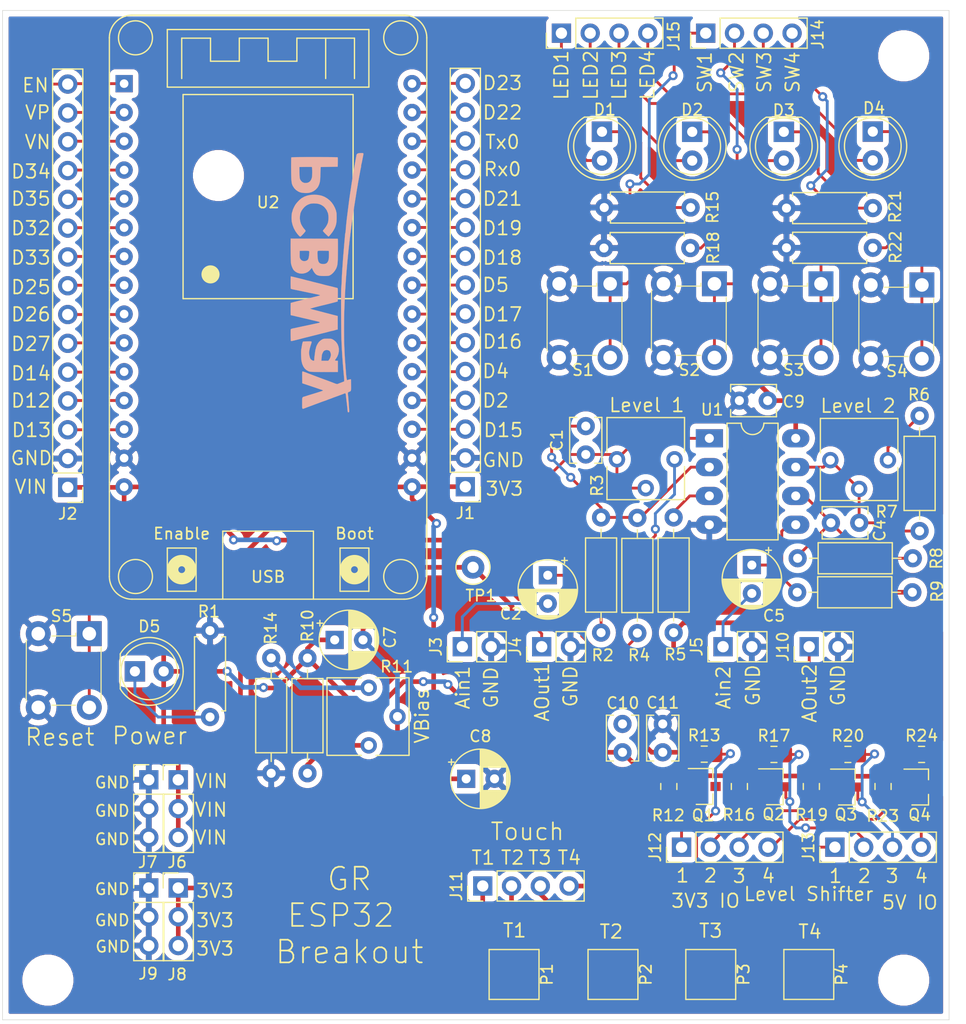
<source format=kicad_pcb>
(kicad_pcb (version 20171130) (host pcbnew "(5.1.2-1)-1")
  (layers (0 F.Cu signal) (31 B.Cu signal) (34 B.Paste user hide) (35 F.Paste user hide) (36 B.SilkS user) (37 F.SilkS user) (38 B.Mask user) (39 F.Mask user) (44 Edge.Cuts user))
  (net 0 "")
  (net 1 /3V3)
  (net 2 "Net-(D1-Pad1)")
  (net 3 GND)
  (net 4 "Net-(C1-Pad1)")
  (net 5 "Net-(C1-Pad2)")
  (net 6 "Net-(C2-Pad1)")
  (net 7 "Net-(C2-Pad2)")
  (net 8 "Net-(C4-Pad2)")
  (net 9 "Net-(C4-Pad1)")
  (net 10 "Net-(C5-Pad1)")
  (net 11 "Net-(C5-Pad2)")
  (net 12 /VIN)
  (net 13 GNDA)
  (net 14 "Net-(D2-Pad1)")
  (net 15 "Net-(D2-Pad2)")
  (net 16 "Net-(D3-Pad2)")
  (net 17 "Net-(D3-Pad1)")
  (net 18 "Net-(D4-Pad1)")
  (net 19 "Net-(D4-Pad2)")
  (net 20 "Net-(D5-Pad1)")
  (net 21 /D15)
  (net 22 /D2)
  (net 23 /D4)
  (net 24 /D16)
  (net 25 /D17)
  (net 26 /D5)
  (net 27 /D18)
  (net 28 /D19)
  (net 29 /D21)
  (net 30 /Rx0)
  (net 31 /Tx0)
  (net 32 /D22)
  (net 33 /D23)
  (net 34 /EN)
  (net 35 /VP)
  (net 36 /VN)
  (net 37 /D34)
  (net 38 /D35)
  (net 39 /D32)
  (net 40 /D33)
  (net 41 /D25)
  (net 42 /D26)
  (net 43 /D27)
  (net 44 /D14)
  (net 45 /D12)
  (net 46 /D13)
  (net 47 "Net-(J11-Pad1)")
  (net 48 "Net-(J11-Pad2)")
  (net 49 "Net-(J11-Pad3)")
  (net 50 "Net-(J11-Pad4)")
  (net 51 "Net-(J12-Pad4)")
  (net 52 "Net-(J12-Pad3)")
  (net 53 "Net-(J12-Pad2)")
  (net 54 "Net-(J12-Pad1)")
  (net 55 "Net-(J13-Pad1)")
  (net 56 "Net-(J13-Pad2)")
  (net 57 "Net-(J13-Pad3)")
  (net 58 "Net-(J13-Pad4)")
  (net 59 "Net-(J14-Pad4)")
  (net 60 "Net-(J14-Pad3)")
  (net 61 "Net-(J14-Pad2)")
  (net 62 "Net-(J14-Pad1)")
  (net 63 "Net-(R2-Pad2)")
  (net 64 "Net-(R5-Pad1)")
  (net 65 "Net-(R6-Pad2)")
  (net 66 "Net-(R9-Pad1)")
  (net 67 "Net-(R10-Pad2)")
  (net 68 "Net-(R11-Pad3)")
  (net 69 "Net-(D1-Pad2)")
  (net 70 "Net-(C10-Pad2)")
  (module "_Custom_Footprints:pcb way logo" (layer B.Cu) (at 82.8 61 270)
    (fp_text reference G*** hide)
    (fp_text value LOGO hide)
  )
  (module digikey-footprints:Switch_Tactile_THT_6x6mm (layer F.Cu) (at 61.15 91.95 270)
    (fp_text reference S5 (at -1.55 2.45 180) (layer F.SilkS))
    (fp_text value 1825910-6)
    (pad 1 thru_hole rect (at 0 0 270) (size 2.2 2.2) (drill 1.2) (layers *.Cu *.Mask) (net 34 /EN))
    (pad 2 thru_hole circle (at 6.5 0 270) (size 2.2 2.2) (drill 1.2) (layers *.Cu *.Mask) (net 34 /EN))
    (pad 4 thru_hole circle (at 6.5 4.5 270) (size 2.2 2.2) (drill 1.2) (layers *.Cu *.Mask) (net 3 GND))
    (pad 3 thru_hole circle (at 0 4.5 270) (size 2.2 2.2) (drill 1.2) (layers *.Cu *.Mask) (net 3 GND))
  )
  (module LED_THT:LED_D5.0mm_Clear (layer F.Cu) (at 65.175 95.275)
    (fp_text reference D5 (at 1.27 -3.96) (layer F.SilkS))
    (fp_text value LED_Small_ALT)
    (pad 1 thru_hole rect (at 0 0) (size 1.8 1.8) (drill 0.9) (layers *.Cu *.Mask) (net 20 "Net-(D5-Pad1)"))
    (pad 2 thru_hole circle (at 2.54 0) (size 1.8 1.8) (drill 0.9) (layers *.Cu *.Mask) (net 12 /VIN))
  )
  (module MountingHole:MountingHole_3.5mm (layer F.Cu) (at 72.55 66.55)
    (fp_text reference H1 hide)
    (fp_text value MountingHole)
    (pad "" np_thru_hole circle (at 0 -15) (size 3.5 3.5) (drill 3.5) (layers *.Cu *.Mask))
  )
  (module MountingHole:MountingHole_3.5mm (layer F.Cu) (at 123 56)
    (fp_text reference H2 hide)
    (fp_text value MountingHole)
    (pad "" np_thru_hole circle (at 10 -15) (size 3.5 3.5) (drill 3.5) (layers *.Cu *.Mask))
  )
  (module MountingHole:MountingHole_3.5mm (layer F.Cu) (at 123 122.5)
    (fp_text reference H3 hide)
    (fp_text value MountingHole)
    (pad "" np_thru_hole circle (at 10 0) (size 3.5 3.5) (drill 3.5) (layers *.Cu *.Mask))
  )
  (module MountingHole:MountingHole_3.5mm (layer F.Cu) (at 57.2 122.6)
    (fp_text reference H4 hide)
    (fp_text value MountingHole)
    (pad "" np_thru_hole circle (at 0.3 -0.1) (size 3.5 3.5) (drill 3.5) (layers *.Cu *.Mask))
  )
  (module Connector_PinHeader_2.54mm:PinHeader_1x03_P2.54mm_Vertical (layer F.Cu) (at 69 104.835)
    (fp_text reference J6 (at -0.1 7.265) (layer F.SilkS))
    (fp_text value UART)
    (pad 1 thru_hole rect (at 0 0) (size 1.7 1.7) (drill 1) (layers *.Cu *.Mask) (net 12 /VIN))
    (pad 2 thru_hole oval (at 0 2.54) (size 1.7 1.7) (drill 1) (layers *.Cu *.Mask) (net 12 /VIN))
    (pad 3 thru_hole oval (at 0 5.08) (size 1.7 1.7) (drill 1) (layers *.Cu *.Mask) (net 12 /VIN))
  )
  (module Connector_PinHeader_2.54mm:PinHeader_1x03_P2.54mm_Vertical (layer F.Cu) (at 66.4 104.834999)
    (fp_text reference J7 (at -0.1 7.265001) (layer F.SilkS))
    (fp_text value UART)
    (pad 3 thru_hole oval (at 0 5.08) (size 1.7 1.7) (drill 1) (layers *.Cu *.Mask) (net 3 GND))
    (pad 2 thru_hole oval (at 0 2.54) (size 1.7 1.7) (drill 1) (layers *.Cu *.Mask) (net 3 GND))
    (pad 1 thru_hole rect (at 0 0) (size 1.7 1.7) (drill 1) (layers *.Cu *.Mask) (net 3 GND))
  )
  (module Connector_PinHeader_2.54mm:PinHeader_1x03_P2.54mm_Vertical (layer F.Cu) (at 69 114.375)
    (fp_text reference J8 (at -0.1 7.625) (layer F.SilkS))
    (fp_text value UART)
    (pad 1 thru_hole rect (at 0 0) (size 1.7 1.7) (drill 1) (layers *.Cu *.Mask) (net 1 /3V3))
    (pad 2 thru_hole oval (at 0 2.54) (size 1.7 1.7) (drill 1) (layers *.Cu *.Mask) (net 1 /3V3))
    (pad 3 thru_hole oval (at 0 5.08) (size 1.7 1.7) (drill 1) (layers *.Cu *.Mask) (net 1 /3V3))
  )
  (module Connector_PinHeader_2.54mm:PinHeader_1x03_P2.54mm_Vertical (layer F.Cu) (at 66.4 114.375)
    (fp_text reference J9 (at -0.06 7.565) (layer F.SilkS))
    (fp_text value UART)
    (pad 3 thru_hole oval (at 0 5.08) (size 1.7 1.7) (drill 1) (layers *.Cu *.Mask) (net 3 GND))
    (pad 2 thru_hole oval (at 0 2.54) (size 1.7 1.7) (drill 1) (layers *.Cu *.Mask) (net 3 GND))
    (pad 1 thru_hole rect (at 0 0) (size 1.7 1.7) (drill 1) (layers *.Cu *.Mask) (net 3 GND))
  )
  (module Resistor_THT:R_Axial_DIN0207_L6.3mm_D2.5mm_P7.62mm_Horizontal (layer F.Cu) (at 71.8 99.3 90)
    (fp_text reference R1 (at 9.3 -0.1 180) (layer F.SilkS))
    (fp_text value 300r)
    (pad 1 thru_hole circle (at 0 0 90) (size 1.6 1.6) (drill 0.8) (layers *.Cu *.Mask) (net 20 "Net-(D5-Pad1)"))
    (pad 2 thru_hole oval (at 7.62 0 90) (size 1.6 1.6) (drill 0.8) (layers *.Cu *.Mask) (net 3 GND))
  )
  (module Capacitor_THT:C_Disc_D3.8mm_W2.6mm_P2.50mm (layer F.Cu) (at 104.95 76.15 90)
    (fp_text reference C1 (at 1.25 -2.55 90) (layer F.SilkS))
    (fp_text value 100pF)
    (pad 1 thru_hole circle (at 0 0 90) (size 1.6 1.6) (drill 0.8) (layers *.Cu *.Mask) (net 4 "Net-(C1-Pad1)"))
    (pad 2 thru_hole circle (at 2.5 0 90) (size 1.6 1.6) (drill 0.8) (layers *.Cu *.Mask) (net 5 "Net-(C1-Pad2)"))
  )
  (module Capacitor_THT:CP_Radial_D5.0mm_P2.50mm (layer F.Cu) (at 101.6 86.8 270)
    (fp_text reference C2 (at 3.39 3.26 180) (layer F.SilkS))
    (fp_text value 10uF)
    (pad 1 thru_hole rect (at 0 0 270) (size 1.6 1.6) (drill 0.8) (layers *.Cu *.Mask) (net 6 "Net-(C2-Pad1)"))
    (pad 2 thru_hole circle (at 2.5 0 270) (size 1.6 1.6) (drill 0.8) (layers *.Cu *.Mask) (net 7 "Net-(C2-Pad2)"))
  )
  (module Capacitor_THT:C_Disc_D3.8mm_W2.6mm_P2.50mm (layer F.Cu) (at 129.075 82.175 180)
    (fp_text reference C4 (at -1.795 -0.675 90) (layer F.SilkS))
    (fp_text value 100pF)
    (pad 2 thru_hole circle (at 2.5 0 180) (size 1.6 1.6) (drill 0.8) (layers *.Cu *.Mask) (net 8 "Net-(C4-Pad2)"))
    (pad 1 thru_hole circle (at 0 0 180) (size 1.6 1.6) (drill 0.8) (layers *.Cu *.Mask) (net 9 "Net-(C4-Pad1)"))
  )
  (module Capacitor_THT:CP_Radial_D5.0mm_P2.50mm (layer F.Cu) (at 119.6 85.9 270)
    (fp_text reference C5 (at 4.47 -1.95 180) (layer F.SilkS))
    (fp_text value 10uF)
    (pad 1 thru_hole rect (at 0 0 270) (size 1.6 1.6) (drill 0.8) (layers *.Cu *.Mask) (net 10 "Net-(C5-Pad1)"))
    (pad 2 thru_hole circle (at 2.5 0 270) (size 1.6 1.6) (drill 0.8) (layers *.Cu *.Mask) (net 11 "Net-(C5-Pad2)"))
  )
  (module Capacitor_THT:CP_Radial_D5.0mm_P2.50mm (layer F.Cu) (at 82.8 92.5)
    (fp_text reference C7 (at 4.88 -0.22 90) (layer F.SilkS))
    (fp_text value 47uF)
    (pad 1 thru_hole rect (at 0 0) (size 1.6 1.6) (drill 0.8) (layers *.Cu *.Mask) (net 12 /VIN))
    (pad 2 thru_hole circle (at 2.5 0) (size 1.6 1.6) (drill 0.8) (layers *.Cu *.Mask) (net 13 GNDA))
  )
  (module Capacitor_THT:CP_Radial_D5.0mm_P2.50mm (layer F.Cu) (at 94.4 104.75)
    (fp_text reference C8 (at 1.25 -3.75) (layer F.SilkS))
    (fp_text value 47uF)
    (pad 2 thru_hole circle (at 2.5 0) (size 1.6 1.6) (drill 0.8) (layers *.Cu *.Mask) (net 3 GND))
    (pad 1 thru_hole rect (at 0 0) (size 1.6 1.6) (drill 0.8) (layers *.Cu *.Mask) (net 13 GNDA))
  )
  (module Capacitor_THT:C_Disc_D3.8mm_W2.6mm_P2.50mm (layer F.Cu) (at 121 71.4 180)
    (fp_text reference C9 (at -2.3 -0.1) (layer F.SilkS))
    (fp_text value 100nF)
    (pad 1 thru_hole circle (at 0 0 180) (size 1.6 1.6) (drill 0.8) (layers *.Cu *.Mask) (net 12 /VIN))
    (pad 2 thru_hole circle (at 2.5 0 180) (size 1.6 1.6) (drill 0.8) (layers *.Cu *.Mask) (net 3 GND))
  )
  (module LED_THT:LED_D5.0mm_Clear (layer F.Cu) (at 106.38 47.69 270)
    (fp_text reference D1 (at -1.95 -0.25 180) (layer F.SilkS))
    (fp_text value LED_Small_ALT)
    (pad 1 thru_hole rect (at 0 0 270) (size 1.8 1.8) (drill 0.9) (layers *.Cu *.Mask) (net 2 "Net-(D1-Pad1)"))
    (pad 2 thru_hole circle (at 2.54 0 270) (size 1.8 1.8) (drill 0.9) (layers *.Cu *.Mask) (net 69 "Net-(D1-Pad2)"))
  )
  (module LED_THT:LED_D5.0mm_Clear (layer F.Cu) (at 114.34 47.7 270)
    (fp_text reference D2 (at -1.95 0 180) (layer F.SilkS))
    (fp_text value LED_Small_ALT)
    (pad 2 thru_hole circle (at 2.54 0 270) (size 1.8 1.8) (drill 0.9) (layers *.Cu *.Mask) (net 15 "Net-(D2-Pad2)"))
    (pad 1 thru_hole rect (at 0 0 270) (size 1.8 1.8) (drill 0.9) (layers *.Cu *.Mask) (net 14 "Net-(D2-Pad1)"))
  )
  (module LED_THT:LED_D5.0mm_Clear (layer F.Cu) (at 122.42 47.7 270)
    (fp_text reference D3 (at -1.9 0 180) (layer F.SilkS))
    (fp_text value LED_Small_ALT)
    (pad 1 thru_hole rect (at 0 0 270) (size 1.8 1.8) (drill 0.9) (layers *.Cu *.Mask) (net 17 "Net-(D3-Pad1)"))
    (pad 2 thru_hole circle (at 2.54 0 270) (size 1.8 1.8) (drill 0.9) (layers *.Cu *.Mask) (net 16 "Net-(D3-Pad2)"))
  )
  (module LED_THT:LED_D5.0mm_Clear (layer F.Cu) (at 130.27 47.68 270)
    (fp_text reference D4 (at -2.07 -0.11 180) (layer F.SilkS))
    (fp_text value LED_Small_ALT)
    (pad 2 thru_hole circle (at 2.54 0 270) (size 1.8 1.8) (drill 0.9) (layers *.Cu *.Mask) (net 19 "Net-(D4-Pad2)"))
    (pad 1 thru_hole rect (at 0 0 270) (size 1.8 1.8) (drill 0.9) (layers *.Cu *.Mask) (net 18 "Net-(D4-Pad1)"))
  )
  (module Connector_PinHeader_2.54mm:PinHeader_1x15_P2.54mm_Vertical (layer F.Cu) (at 94.325 78.99 180)
    (fp_text reference J1 (at 0 -2.33) (layer F.SilkS))
    (fp_text value Conn_01x15)
    (pad 1 thru_hole rect (at 0 0 180) (size 1.7 1.7) (drill 1) (layers *.Cu *.Mask) (net 1 /3V3))
    (pad 2 thru_hole oval (at 0 2.54 180) (size 1.7 1.7) (drill 1) (layers *.Cu *.Mask) (net 3 GND))
    (pad 3 thru_hole oval (at 0 5.08 180) (size 1.7 1.7) (drill 1) (layers *.Cu *.Mask) (net 21 /D15))
    (pad 4 thru_hole oval (at 0 7.62 180) (size 1.7 1.7) (drill 1) (layers *.Cu *.Mask) (net 22 /D2))
    (pad 5 thru_hole oval (at 0 10.16 180) (size 1.7 1.7) (drill 1) (layers *.Cu *.Mask) (net 23 /D4))
    (pad 6 thru_hole oval (at 0 12.7 180) (size 1.7 1.7) (drill 1) (layers *.Cu *.Mask) (net 24 /D16))
    (pad 7 thru_hole oval (at 0 15.24 180) (size 1.7 1.7) (drill 1) (layers *.Cu *.Mask) (net 25 /D17))
    (pad 8 thru_hole oval (at 0 17.78 180) (size 1.7 1.7) (drill 1) (layers *.Cu *.Mask) (net 26 /D5))
    (pad 9 thru_hole oval (at 0 20.32 180) (size 1.7 1.7) (drill 1) (layers *.Cu *.Mask) (net 27 /D18))
    (pad 10 thru_hole oval (at 0 22.86 180) (size 1.7 1.7) (drill 1) (layers *.Cu *.Mask) (net 28 /D19))
    (pad 11 thru_hole oval (at 0 25.4 180) (size 1.7 1.7) (drill 1) (layers *.Cu *.Mask) (net 29 /D21))
    (pad 12 thru_hole oval (at 0 27.94 180) (size 1.7 1.7) (drill 1) (layers *.Cu *.Mask) (net 30 /Rx0))
    (pad 13 thru_hole oval (at 0 30.48 180) (size 1.7 1.7) (drill 1) (layers *.Cu *.Mask) (net 31 /Tx0))
    (pad 14 thru_hole oval (at 0 33.02 180) (size 1.7 1.7) (drill 1) (layers *.Cu *.Mask) (net 32 /D22))
    (pad 15 thru_hole oval (at 0 35.56 180) (size 1.7 1.7) (drill 1) (layers *.Cu *.Mask) (net 33 /D23))
  )
  (module Connector_PinHeader_2.54mm:PinHeader_1x15_P2.54mm_Vertical (layer F.Cu) (at 59.25 79.05 180)
    (fp_text reference J2 (at 0 -2.33) (layer F.SilkS))
    (fp_text value Conn_01x15)
    (pad 15 thru_hole oval (at 0 35.56 180) (size 1.7 1.7) (drill 1) (layers *.Cu *.Mask) (net 34 /EN))
    (pad 14 thru_hole oval (at 0 33.02 180) (size 1.7 1.7) (drill 1) (layers *.Cu *.Mask) (net 35 /VP))
    (pad 13 thru_hole oval (at 0 30.48 180) (size 1.7 1.7) (drill 1) (layers *.Cu *.Mask) (net 36 /VN))
    (pad 12 thru_hole oval (at 0 27.94 180) (size 1.7 1.7) (drill 1) (layers *.Cu *.Mask) (net 37 /D34))
    (pad 11 thru_hole oval (at 0 25.4 180) (size 1.7 1.7) (drill 1) (layers *.Cu *.Mask) (net 38 /D35))
    (pad 10 thru_hole oval (at 0 22.86 180) (size 1.7 1.7) (drill 1) (layers *.Cu *.Mask) (net 39 /D32))
    (pad 9 thru_hole oval (at 0 20.32 180) (size 1.7 1.7) (drill 1) (layers *.Cu *.Mask) (net 40 /D33))
    (pad 8 thru_hole oval (at 0 17.78 180) (size 1.7 1.7) (drill 1) (layers *.Cu *.Mask) (net 41 /D25))
    (pad 7 thru_hole oval (at 0 15.24 180) (size 1.7 1.7) (drill 1) (layers *.Cu *.Mask) (net 42 /D26))
    (pad 6 thru_hole oval (at 0 12.7 180) (size 1.7 1.7) (drill 1) (layers *.Cu *.Mask) (net 43 /D27))
    (pad 5 thru_hole oval (at 0 10.16 180) (size 1.7 1.7) (drill 1) (layers *.Cu *.Mask) (net 44 /D14))
    (pad 4 thru_hole oval (at 0 7.62 180) (size 1.7 1.7) (drill 1) (layers *.Cu *.Mask) (net 45 /D12))
    (pad 3 thru_hole oval (at 0 5.08 180) (size 1.7 1.7) (drill 1) (layers *.Cu *.Mask) (net 46 /D13))
    (pad 2 thru_hole oval (at 0 2.54 180) (size 1.7 1.7) (drill 1) (layers *.Cu *.Mask) (net 3 GND))
    (pad 1 thru_hole rect (at 0 0 180) (size 1.7 1.7) (drill 1) (layers *.Cu *.Mask) (net 12 /VIN))
  )
  (module Connector_PinHeader_2.54mm:PinHeader_1x02_P2.54mm_Vertical (layer F.Cu) (at 94.06 93.1 90)
    (fp_text reference J3 (at 0 -2.33 90) (layer F.SilkS))
    (fp_text value Conn_01x02)
    (pad 2 thru_hole oval (at 0 2.54 90) (size 1.7 1.7) (drill 1) (layers *.Cu *.Mask) (net 3 GND))
    (pad 1 thru_hole rect (at 0 0 90) (size 1.7 1.7) (drill 1) (layers *.Cu *.Mask) (net 7 "Net-(C2-Pad2)"))
  )
  (module Connector_PinHeader_2.54mm:PinHeader_1x02_P2.54mm_Vertical (layer F.Cu) (at 101.06 93.1 90)
    (fp_text reference J4 (at 0 -2.33 90) (layer F.SilkS))
    (fp_text value Conn_01x02)
    (pad 1 thru_hole rect (at 0 0 90) (size 1.7 1.7) (drill 1) (layers *.Cu *.Mask) (net 4 "Net-(C1-Pad1)"))
    (pad 2 thru_hole oval (at 0 2.54 90) (size 1.7 1.7) (drill 1) (layers *.Cu *.Mask) (net 3 GND))
  )
  (module Connector_PinHeader_2.54mm:PinHeader_1x02_P2.54mm_Vertical (layer F.Cu) (at 117.06 93.1 90)
    (fp_text reference J5 (at 0 -2.33 90) (layer F.SilkS))
    (fp_text value Conn_01x02)
    (pad 2 thru_hole oval (at 0 2.54 90) (size 1.7 1.7) (drill 1) (layers *.Cu *.Mask) (net 3 GND))
    (pad 1 thru_hole rect (at 0 0 90) (size 1.7 1.7) (drill 1) (layers *.Cu *.Mask) (net 11 "Net-(C5-Pad2)"))
  )
  (module Connector_PinHeader_2.54mm:PinHeader_1x02_P2.54mm_Vertical (layer F.Cu) (at 124.66 93.1 90)
    (fp_text reference J10 (at 0 -2.33 90) (layer F.SilkS))
    (fp_text value Conn_01x02)
    (pad 1 thru_hole rect (at 0 0 90) (size 1.7 1.7) (drill 1) (layers *.Cu *.Mask) (net 9 "Net-(C4-Pad1)"))
    (pad 2 thru_hole oval (at 0 2.54 90) (size 1.7 1.7) (drill 1) (layers *.Cu *.Mask) (net 3 GND))
  )
  (module Connector_PinHeader_2.54mm:PinHeader_1x04_P2.54mm_Vertical (layer F.Cu) (at 95.86 114.2 90)
    (fp_text reference J11 (at 0 -2.33 90) (layer F.SilkS))
    (fp_text value Conn_01x04)
    (pad 1 thru_hole rect (at 0 0 90) (size 1.7 1.7) (drill 1) (layers *.Cu *.Mask) (net 47 "Net-(J11-Pad1)"))
    (pad 2 thru_hole oval (at 0 2.54 90) (size 1.7 1.7) (drill 1) (layers *.Cu *.Mask) (net 48 "Net-(J11-Pad2)"))
    (pad 3 thru_hole oval (at 0 5.08 90) (size 1.7 1.7) (drill 1) (layers *.Cu *.Mask) (net 49 "Net-(J11-Pad3)"))
    (pad 4 thru_hole oval (at 0 7.62 90) (size 1.7 1.7) (drill 1) (layers *.Cu *.Mask) (net 50 "Net-(J11-Pad4)"))
  )
  (module Connector_PinHeader_2.54mm:PinHeader_1x04_P2.54mm_Vertical (layer F.Cu) (at 113.4 110.775 90)
    (fp_text reference J12 (at 0 -2.33 90) (layer F.SilkS))
    (fp_text value Conn_01x04)
    (pad 4 thru_hole oval (at 0 7.62 90) (size 1.7 1.7) (drill 1) (layers *.Cu *.Mask) (net 51 "Net-(J12-Pad4)"))
    (pad 3 thru_hole oval (at 0 5.08 90) (size 1.7 1.7) (drill 1) (layers *.Cu *.Mask) (net 52 "Net-(J12-Pad3)"))
    (pad 2 thru_hole oval (at 0 2.54 90) (size 1.7 1.7) (drill 1) (layers *.Cu *.Mask) (net 53 "Net-(J12-Pad2)"))
    (pad 1 thru_hole rect (at 0 0 90) (size 1.7 1.7) (drill 1) (layers *.Cu *.Mask) (net 54 "Net-(J12-Pad1)"))
  )
  (module Connector_PinHeader_2.54mm:PinHeader_1x04_P2.54mm_Vertical (layer F.Cu) (at 126.925 110.775001 90)
    (fp_text reference J13 (at 0 -2.33 90) (layer F.SilkS))
    (fp_text value Conn_01x04)
    (pad 1 thru_hole rect (at 0 0 90) (size 1.7 1.7) (drill 1) (layers *.Cu *.Mask) (net 55 "Net-(J13-Pad1)"))
    (pad 2 thru_hole oval (at 0 2.54 90) (size 1.7 1.7) (drill 1) (layers *.Cu *.Mask) (net 56 "Net-(J13-Pad2)"))
    (pad 3 thru_hole oval (at 0 5.08 90) (size 1.7 1.7) (drill 1) (layers *.Cu *.Mask) (net 57 "Net-(J13-Pad3)"))
    (pad 4 thru_hole oval (at 0 7.62 90) (size 1.7 1.7) (drill 1) (layers *.Cu *.Mask) (net 58 "Net-(J13-Pad4)"))
  )
  (module Connector_PinHeader_2.54mm:PinHeader_1x04_P2.54mm_Vertical (layer F.Cu) (at 115.53 39 90)
    (fp_text reference J14 (at -0.1 9.88 90) (layer F.SilkS))
    (fp_text value Conn_01x04)
    (pad 4 thru_hole oval (at 0 7.62 90) (size 1.7 1.7) (drill 1) (layers *.Cu *.Mask) (net 59 "Net-(J14-Pad4)"))
    (pad 3 thru_hole oval (at 0 5.08 90) (size 1.7 1.7) (drill 1) (layers *.Cu *.Mask) (net 60 "Net-(J14-Pad3)"))
    (pad 2 thru_hole oval (at 0 2.54 90) (size 1.7 1.7) (drill 1) (layers *.Cu *.Mask) (net 61 "Net-(J14-Pad2)"))
    (pad 1 thru_hole rect (at 0 0 90) (size 1.7 1.7) (drill 1) (layers *.Cu *.Mask) (net 62 "Net-(J14-Pad1)"))
  )
  (module Connector_PinHeader_2.54mm:PinHeader_1x04_P2.54mm_Vertical (layer F.Cu) (at 102.8 39 90)
    (fp_text reference J15 (at -0.26 9.9 90) (layer F.SilkS))
    (fp_text value Conn_01x04)
    (pad 1 thru_hole rect (at 0 0 90) (size 1.7 1.7) (drill 1) (layers *.Cu *.Mask) (net 69 "Net-(D1-Pad2)"))
    (pad 2 thru_hole oval (at 0 2.54 90) (size 1.7 1.7) (drill 1) (layers *.Cu *.Mask) (net 15 "Net-(D2-Pad2)"))
    (pad 3 thru_hole oval (at 0 5.08 90) (size 1.7 1.7) (drill 1) (layers *.Cu *.Mask) (net 16 "Net-(D3-Pad2)"))
    (pad 4 thru_hole oval (at 0 7.62 90) (size 1.7 1.7) (drill 1) (layers *.Cu *.Mask) (net 19 "Net-(D4-Pad2)"))
  )
  (module footprints:Touch_Pad_15x15mm (layer F.Cu) (at 98.625 122 270)
    (fp_text reference P1 (at 0 -2.898 90) (layer F.SilkS))
    (fp_text value Conn_01x01)
    (pad 1 smd rect (at 0 0 270) (size 4 4) (layers F.Cu F.Mask) (net 47 "Net-(J11-Pad1)"))
  )
  (module footprints:Touch_Pad_15x15mm (layer F.Cu) (at 107.35 122 270)
    (fp_text reference P2 (at 0 -2.898 90) (layer F.SilkS))
    (fp_text value Conn_01x01)
    (pad 1 smd rect (at 0 0 270) (size 4 4) (layers F.Cu F.Mask) (net 48 "Net-(J11-Pad2)"))
  )
  (module footprints:Touch_Pad_15x15mm (layer F.Cu) (at 115.975 122 270)
    (fp_text reference P3 (at 0 -2.898 90) (layer F.SilkS))
    (fp_text value Conn_01x01)
    (pad 1 smd rect (at 0 0 270) (size 4 4) (layers F.Cu F.Mask) (net 49 "Net-(J11-Pad3)"))
  )
  (module footprints:Touch_Pad_15x15mm (layer F.Cu) (at 124.625 122 270)
    (fp_text reference P4 (at 0 -2.898 90) (layer F.SilkS))
    (fp_text value Conn_01x01)
    (pad 1 smd rect (at 0 0 270) (size 4 4) (layers F.Cu F.Mask) (net 50 "Net-(J11-Pad4)"))
  )
  (module Package_TO_SOT_SMD:SOT-23 (layer F.Cu) (at 115.4 105.425)
    (fp_text reference Q1 (at -0.1 2.55) (layer F.SilkS))
    (fp_text value BSS138)
    (pad 3 smd rect (at 1 0) (size 0.9 0.8) (layers F.Cu F.Paste F.Mask) (net 55 "Net-(J13-Pad1)"))
    (pad 2 smd rect (at -1 0.95) (size 0.9 0.8) (layers F.Cu F.Paste F.Mask) (net 54 "Net-(J12-Pad1)"))
    (pad 1 smd rect (at -1 -0.95) (size 0.9 0.8) (layers F.Cu F.Paste F.Mask) (net 1 /3V3))
  )
  (module Package_TO_SOT_SMD:SOT-23 (layer F.Cu) (at 121.599999 105.45)
    (fp_text reference Q2 (at -0.075 2.425) (layer F.SilkS))
    (fp_text value BSS138)
    (pad 1 smd rect (at -1 -0.95) (size 0.9 0.8) (layers F.Cu F.Paste F.Mask) (net 1 /3V3))
    (pad 2 smd rect (at -1 0.95) (size 0.9 0.8) (layers F.Cu F.Paste F.Mask) (net 53 "Net-(J12-Pad2)"))
    (pad 3 smd rect (at 1 0) (size 0.9 0.8) (layers F.Cu F.Paste F.Mask) (net 56 "Net-(J13-Pad2)"))
  )
  (module Package_TO_SOT_SMD:SOT-23 (layer F.Cu) (at 127.95 105.475001)
    (fp_text reference Q3 (at -0.05 2.425) (layer F.SilkS))
    (fp_text value BSS138)
    (pad 3 smd rect (at 1 0) (size 0.9 0.8) (layers F.Cu F.Paste F.Mask) (net 57 "Net-(J13-Pad3)"))
    (pad 2 smd rect (at -1 0.95) (size 0.9 0.8) (layers F.Cu F.Paste F.Mask) (net 52 "Net-(J12-Pad3)"))
    (pad 1 smd rect (at -1 -0.95) (size 0.9 0.8) (layers F.Cu F.Paste F.Mask) (net 1 /3V3))
  )
  (module Package_TO_SOT_SMD:SOT-23 (layer F.Cu) (at 134.425 105.475)
    (fp_text reference Q4 (at -0.025 2.45) (layer F.SilkS))
    (fp_text value BSS138)
    (pad 1 smd rect (at -1 -0.95) (size 0.9 0.8) (layers F.Cu F.Paste F.Mask) (net 1 /3V3))
    (pad 2 smd rect (at -1 0.95) (size 0.9 0.8) (layers F.Cu F.Paste F.Mask) (net 51 "Net-(J12-Pad4)"))
    (pad 3 smd rect (at 1 0) (size 0.9 0.8) (layers F.Cu F.Paste F.Mask) (net 58 "Net-(J13-Pad4)"))
  )
  (module Resistor_THT:R_Axial_DIN0207_L6.3mm_D2.5mm_P10.16mm_Horizontal (layer F.Cu) (at 106.3 81.7 270)
    (fp_text reference R2 (at 12.16 -0.14 180) (layer F.SilkS))
    (fp_text value 1K)
    (pad 1 thru_hole circle (at 0 0 270) (size 1.6 1.6) (drill 0.8) (layers *.Cu *.Mask) (net 5 "Net-(C1-Pad2)"))
    (pad 2 thru_hole oval (at 10.16 0 270) (size 1.6 1.6) (drill 0.8) (layers *.Cu *.Mask) (net 63 "Net-(R2-Pad2)"))
  )
  (module Potentiometer_THT:Potentiometer_Vishay_T73YP_Vertical (layer F.Cu) (at 107.7 76.575 270)
    (fp_text reference R3 (at 2.315 1.75 90) (layer F.SilkS))
    (fp_text value 100K)
    (pad 3 thru_hole circle (at 0 -5.08 270) (size 1.44 1.44) (drill 0.8) (layers *.Cu *.Mask) (net 63 "Net-(R2-Pad2)"))
    (pad 2 thru_hole circle (at 2.54 -2.54 270) (size 1.44 1.44) (drill 0.8) (layers *.Cu *.Mask) (net 4 "Net-(C1-Pad1)"))
    (pad 1 thru_hole circle (at 0 0 270) (size 1.44 1.44) (drill 0.8) (layers *.Cu *.Mask) (net 4 "Net-(C1-Pad1)"))
  )
  (module Resistor_THT:R_Axial_DIN0207_L6.3mm_D2.5mm_P10.16mm_Horizontal (layer F.Cu) (at 109.5 91.9 90)
    (fp_text reference R4 (at -1.96 0.15 180) (layer F.SilkS))
    (fp_text value 10K)
    (pad 2 thru_hole oval (at 10.16 0 90) (size 1.6 1.6) (drill 0.8) (layers *.Cu *.Mask) (net 5 "Net-(C1-Pad2)"))
    (pad 1 thru_hole circle (at 0 0 90) (size 1.6 1.6) (drill 0.8) (layers *.Cu *.Mask) (net 6 "Net-(C2-Pad1)"))
  )
  (module Resistor_THT:R_Axial_DIN0207_L6.3mm_D2.5mm_P10.16mm_Horizontal (layer F.Cu) (at 112.7 81.7 270)
    (fp_text reference R5 (at 12.09 -0.15 180) (layer F.SilkS))
    (fp_text value 1K)
    (pad 1 thru_hole circle (at 0 0 270) (size 1.6 1.6) (drill 0.8) (layers *.Cu *.Mask) (net 64 "Net-(R5-Pad1)"))
    (pad 2 thru_hole oval (at 10.16 0 270) (size 1.6 1.6) (drill 0.8) (layers *.Cu *.Mask) (net 13 GNDA))
  )
  (module Resistor_THT:R_Axial_DIN0207_L6.3mm_D2.5mm_P10.16mm_Horizontal (layer F.Cu) (at 134.4 82.9 90)
    (fp_text reference R6 (at 12.03 -0.05 180) (layer F.SilkS))
    (fp_text value 1K)
    (pad 2 thru_hole oval (at 10.16 0 90) (size 1.6 1.6) (drill 0.8) (layers *.Cu *.Mask) (net 65 "Net-(R6-Pad2)"))
    (pad 1 thru_hole circle (at 0 0 90) (size 1.6 1.6) (drill 0.8) (layers *.Cu *.Mask) (net 8 "Net-(C4-Pad2)"))
  )
  (module Potentiometer_THT:Potentiometer_Vishay_T73YP_Vertical (layer F.Cu) (at 126.525 76.65 270)
    (fp_text reference R7 (at 4.55 -4.965 180) (layer F.SilkS))
    (fp_text value 100K)
    (pad 3 thru_hole circle (at 0 -5.08 270) (size 1.44 1.44) (drill 0.8) (layers *.Cu *.Mask) (net 65 "Net-(R6-Pad2)"))
    (pad 2 thru_hole circle (at 2.54 -2.54 270) (size 1.44 1.44) (drill 0.8) (layers *.Cu *.Mask) (net 9 "Net-(C4-Pad1)"))
    (pad 1 thru_hole circle (at 0 0 270) (size 1.44 1.44) (drill 0.8) (layers *.Cu *.Mask) (net 9 "Net-(C4-Pad1)"))
  )
  (module Resistor_THT:R_Axial_DIN0207_L6.3mm_D2.5mm_P10.16mm_Horizontal (layer F.Cu) (at 133.8 85.3 180)
    (fp_text reference R8 (at -2.09 -0.01 90) (layer F.SilkS))
    (fp_text value 10K)
    (pad 1 thru_hole circle (at 0 0 180) (size 1.6 1.6) (drill 0.8) (layers *.Cu *.Mask) (net 10 "Net-(C5-Pad1)"))
    (pad 2 thru_hole oval (at 10.16 0 180) (size 1.6 1.6) (drill 0.8) (layers *.Cu *.Mask) (net 8 "Net-(C4-Pad2)"))
  )
  (module Resistor_THT:R_Axial_DIN0207_L6.3mm_D2.5mm_P10.16mm_Horizontal (layer F.Cu) (at 123.6 88.3)
    (fp_text reference R9 (at 12.35 -0.08 90) (layer F.SilkS))
    (fp_text value 1K)
    (pad 2 thru_hole oval (at 10.16 0) (size 1.6 1.6) (drill 0.8) (layers *.Cu *.Mask) (net 13 GNDA))
    (pad 1 thru_hole circle (at 0 0) (size 1.6 1.6) (drill 0.8) (layers *.Cu *.Mask) (net 66 "Net-(R9-Pad1)"))
  )
  (module Resistor_THT:R_Axial_DIN0207_L6.3mm_D2.5mm_P10.16mm_Horizontal (layer F.Cu) (at 80.4 94.1 270)
    (fp_text reference R10 (at -2.85 0 90) (layer F.SilkS))
    (fp_text value 47K)
    (pad 2 thru_hole oval (at 10.16 0 270) (size 1.6 1.6) (drill 0.8) (layers *.Cu *.Mask) (net 67 "Net-(R10-Pad2)"))
    (pad 1 thru_hole circle (at 0 0 270) (size 1.6 1.6) (drill 0.8) (layers *.Cu *.Mask) (net 12 /VIN))
  )
  (module Potentiometer_THT:Potentiometer_Vishay_T73YP_Vertical (layer F.Cu) (at 85.8 101.8)
    (fp_text reference R11 (at 2.47 -6.94) (layer F.SilkS))
    (fp_text value 100K)
    (pad 1 thru_hole circle (at 0 0) (size 1.44 1.44) (drill 0.8) (layers *.Cu *.Mask) (net 67 "Net-(R10-Pad2)"))
    (pad 2 thru_hole circle (at 2.54 -2.54) (size 1.44 1.44) (drill 0.8) (layers *.Cu *.Mask) (net 13 GNDA))
    (pad 3 thru_hole circle (at 0 -5.08) (size 1.44 1.44) (drill 0.8) (layers *.Cu *.Mask) (net 68 "Net-(R11-Pad3)"))
  )
  (module Resistor_SMD:R_0805_2012Metric_Pad1.15x1.40mm_HandSolder (layer F.Cu) (at 112.275001 105.425001 270)
    (fp_text reference R12 (at 2.549999 0.05 180) (layer F.SilkS))
    (fp_text value 10K)
    (pad 2 smd roundrect (at 1.025 0 270) (size 1.15 1.4) (layers F.Cu F.Paste F.Mask) (roundrect_rratio 0.217391) (net 54 "Net-(J12-Pad1)"))
    (pad 1 smd roundrect (at -1.025 0 270) (size 1.15 1.4) (layers F.Cu F.Paste F.Mask) (roundrect_rratio 0.217391) (net 1 /3V3))
  )
  (module Resistor_SMD:R_0805_2012Metric_Pad1.15x1.40mm_HandSolder (layer F.Cu) (at 115.4 102.575)
    (fp_text reference R13 (at 0 -1.65) (layer F.SilkS))
    (fp_text value 10K)
    (pad 1 smd roundrect (at -1.025 0) (size 1.15 1.4) (layers F.Cu F.Paste F.Mask) (roundrect_rratio 0.217391) (net 12 /VIN))
    (pad 2 smd roundrect (at 1.025 0) (size 1.15 1.4) (layers F.Cu F.Paste F.Mask) (roundrect_rratio 0.217391) (net 55 "Net-(J13-Pad1)"))
  )
  (module Resistor_THT:R_Axial_DIN0207_L6.3mm_D2.5mm_P10.16mm_Horizontal (layer F.Cu) (at 77.2 94.1 270)
    (fp_text reference R14 (at -2.63 0.04 270) (layer F.SilkS))
    (fp_text value 47K)
    (pad 1 thru_hole circle (at 0 0 270) (size 1.6 1.6) (drill 0.8) (layers *.Cu *.Mask) (net 68 "Net-(R11-Pad3)"))
    (pad 2 thru_hole oval (at 10.16 0 270) (size 1.6 1.6) (drill 0.8) (layers *.Cu *.Mask) (net 3 GND))
  )
  (module Resistor_THT:R_Axial_DIN0207_L6.3mm_D2.5mm_P7.62mm_Horizontal (layer F.Cu) (at 114.2 54.375 180)
    (fp_text reference R15 (at -1.94 0.025 90) (layer F.SilkS))
    (fp_text value 200r)
    (pad 2 thru_hole oval (at 7.62 0 180) (size 1.6 1.6) (drill 0.8) (layers *.Cu *.Mask) (net 3 GND))
    (pad 1 thru_hole circle (at 0 0 180) (size 1.6 1.6) (drill 0.8) (layers *.Cu *.Mask) (net 2 "Net-(D1-Pad1)"))
  )
  (module Resistor_SMD:R_0805_2012Metric_Pad1.15x1.40mm_HandSolder (layer F.Cu) (at 118.5 105.425 270)
    (fp_text reference R16 (at 2.5 0.05 180) (layer F.SilkS))
    (fp_text value 10K)
    (pad 2 smd roundrect (at 1.025 0 270) (size 1.15 1.4) (layers F.Cu F.Paste F.Mask) (roundrect_rratio 0.217391) (net 53 "Net-(J12-Pad2)"))
    (pad 1 smd roundrect (at -1.025 0 270) (size 1.15 1.4) (layers F.Cu F.Paste F.Mask) (roundrect_rratio 0.217391) (net 1 /3V3))
  )
  (module Resistor_SMD:R_0805_2012Metric_Pad1.15x1.40mm_HandSolder (layer F.Cu) (at 121.55 102.600001)
    (fp_text reference R17 (at 0 -1.65) (layer F.SilkS))
    (fp_text value 10K)
    (pad 1 smd roundrect (at -1.025 0) (size 1.15 1.4) (layers F.Cu F.Paste F.Mask) (roundrect_rratio 0.217391) (net 12 /VIN))
    (pad 2 smd roundrect (at 1.025 0) (size 1.15 1.4) (layers F.Cu F.Paste F.Mask) (roundrect_rratio 0.217391) (net 56 "Net-(J13-Pad2)"))
  )
  (module Resistor_THT:R_Axial_DIN0207_L6.3mm_D2.5mm_P7.62mm_Horizontal (layer F.Cu) (at 114.175 57.95 180)
    (fp_text reference R18 (at -2.015 0.02 90) (layer F.SilkS))
    (fp_text value 200r)
    (pad 1 thru_hole circle (at 0 0 180) (size 1.6 1.6) (drill 0.8) (layers *.Cu *.Mask) (net 14 "Net-(D2-Pad1)"))
    (pad 2 thru_hole oval (at 7.62 0 180) (size 1.6 1.6) (drill 0.8) (layers *.Cu *.Mask) (net 3 GND))
  )
  (module Resistor_SMD:R_0805_2012Metric_Pad1.15x1.40mm_HandSolder (layer F.Cu) (at 124.85 105.425 270)
    (fp_text reference R19 (at 2.5 -0.025 180) (layer F.SilkS))
    (fp_text value 10K)
    (pad 2 smd roundrect (at 1.025 0 270) (size 1.15 1.4) (layers F.Cu F.Paste F.Mask) (roundrect_rratio 0.217391) (net 52 "Net-(J12-Pad3)"))
    (pad 1 smd roundrect (at -1.025 0 270) (size 1.15 1.4) (layers F.Cu F.Paste F.Mask) (roundrect_rratio 0.217391) (net 1 /3V3))
  )
  (module Resistor_SMD:R_0805_2012Metric_Pad1.15x1.40mm_HandSolder (layer F.Cu) (at 128.075 102.6)
    (fp_text reference R20 (at 0 -1.65) (layer F.SilkS))
    (fp_text value 10K)
    (pad 1 smd roundrect (at -1.025 0) (size 1.15 1.4) (layers F.Cu F.Paste F.Mask) (roundrect_rratio 0.217391) (net 12 /VIN))
    (pad 2 smd roundrect (at 1.025 0) (size 1.15 1.4) (layers F.Cu F.Paste F.Mask) (roundrect_rratio 0.217391) (net 57 "Net-(J13-Pad3)"))
  )
  (module Resistor_THT:R_Axial_DIN0207_L6.3mm_D2.5mm_P7.62mm_Horizontal (layer F.Cu) (at 130.275 54.425 180)
    (fp_text reference R21 (at -1.965 0.125 90) (layer F.SilkS))
    (fp_text value 200r)
    (pad 2 thru_hole oval (at 7.62 0 180) (size 1.6 1.6) (drill 0.8) (layers *.Cu *.Mask) (net 3 GND))
    (pad 1 thru_hole circle (at 0 0 180) (size 1.6 1.6) (drill 0.8) (layers *.Cu *.Mask) (net 17 "Net-(D3-Pad1)"))
  )
  (module Resistor_THT:R_Axial_DIN0207_L6.3mm_D2.5mm_P7.62mm_Horizontal (layer F.Cu) (at 130.275 57.925 180)
    (fp_text reference R22 (at -2.005 0.045 90) (layer F.SilkS))
    (fp_text value 200r)
    (pad 1 thru_hole circle (at 0 0 180) (size 1.6 1.6) (drill 0.8) (layers *.Cu *.Mask) (net 18 "Net-(D4-Pad1)"))
    (pad 2 thru_hole oval (at 7.62 0 180) (size 1.6 1.6) (drill 0.8) (layers *.Cu *.Mask) (net 3 GND))
  )
  (module Resistor_SMD:R_0805_2012Metric_Pad1.15x1.40mm_HandSolder (layer F.Cu) (at 131.175 105.425 270)
    (fp_text reference R23 (at 2.599999 0.025 180) (layer F.SilkS))
    (fp_text value 10K)
    (pad 2 smd roundrect (at 1.025 0 270) (size 1.15 1.4) (layers F.Cu F.Paste F.Mask) (roundrect_rratio 0.217391) (net 51 "Net-(J12-Pad4)"))
    (pad 1 smd roundrect (at -1.025 0 270) (size 1.15 1.4) (layers F.Cu F.Paste F.Mask) (roundrect_rratio 0.217391) (net 1 /3V3))
  )
  (module Resistor_SMD:R_0805_2012Metric_Pad1.15x1.40mm_HandSolder (layer F.Cu) (at 134.574999 102.6)
    (fp_text reference R24 (at 0 -1.65) (layer F.SilkS))
    (fp_text value 10K)
    (pad 1 smd roundrect (at -1.025 0) (size 1.15 1.4) (layers F.Cu F.Paste F.Mask) (roundrect_rratio 0.217391) (net 12 /VIN))
    (pad 2 smd roundrect (at 1.025 0) (size 1.15 1.4) (layers F.Cu F.Paste F.Mask) (roundrect_rratio 0.217391) (net 58 "Net-(J13-Pad4)"))
  )
  (module digikey-footprints:Switch_Tactile_THT_6x6mm (layer F.Cu) (at 107.1 61.1 270)
    (fp_text reference S1 (at 7.6 2.4 180) (layer F.SilkS))
    (fp_text value 1825910-6)
    (pad 3 thru_hole circle (at 0 4.5 270) (size 2.2 2.2) (drill 1.2) (layers *.Cu *.Mask) (net 3 GND))
    (pad 4 thru_hole circle (at 6.5 4.5 270) (size 2.2 2.2) (drill 1.2) (layers *.Cu *.Mask) (net 3 GND))
    (pad 2 thru_hole circle (at 6.5 0 270) (size 2.2 2.2) (drill 1.2) (layers *.Cu *.Mask) (net 62 "Net-(J14-Pad1)"))
    (pad 1 thru_hole rect (at 0 0 270) (size 2.2 2.2) (drill 1.2) (layers *.Cu *.Mask) (net 62 "Net-(J14-Pad1)"))
  )
  (module digikey-footprints:Switch_Tactile_THT_6x6mm (layer F.Cu) (at 116.3 61.1 270)
    (fp_text reference S2 (at 7.6 2.2 180) (layer F.SilkS))
    (fp_text value 1825910-6)
    (pad 1 thru_hole rect (at 0 0 270) (size 2.2 2.2) (drill 1.2) (layers *.Cu *.Mask) (net 61 "Net-(J14-Pad2)"))
    (pad 2 thru_hole circle (at 6.5 0 270) (size 2.2 2.2) (drill 1.2) (layers *.Cu *.Mask) (net 61 "Net-(J14-Pad2)"))
    (pad 4 thru_hole circle (at 6.5 4.5 270) (size 2.2 2.2) (drill 1.2) (layers *.Cu *.Mask) (net 3 GND))
    (pad 3 thru_hole circle (at 0 4.5 270) (size 2.2 2.2) (drill 1.2) (layers *.Cu *.Mask) (net 3 GND))
  )
  (module digikey-footprints:Switch_Tactile_THT_6x6mm (layer F.Cu) (at 125.7 61.1 270)
    (fp_text reference S3 (at 7.6 2.4 180) (layer F.SilkS))
    (fp_text value 1825910-6)
    (pad 1 thru_hole rect (at 0 0 270) (size 2.2 2.2) (drill 1.2) (layers *.Cu *.Mask) (net 60 "Net-(J14-Pad3)"))
    (pad 2 thru_hole circle (at 6.5 0 270) (size 2.2 2.2) (drill 1.2) (layers *.Cu *.Mask) (net 60 "Net-(J14-Pad3)"))
    (pad 4 thru_hole circle (at 6.5 4.5 270) (size 2.2 2.2) (drill 1.2) (layers *.Cu *.Mask) (net 3 GND))
    (pad 3 thru_hole circle (at 0 4.5 270) (size 2.2 2.2) (drill 1.2) (layers *.Cu *.Mask) (net 3 GND))
  )
  (module digikey-footprints:Switch_Tactile_THT_6x6mm (layer F.Cu) (at 134.6 61.2 270)
    (fp_text reference S4 (at 7.6 2.2 180) (layer F.SilkS))
    (fp_text value 1825910-6)
    (pad 3 thru_hole circle (at 0 4.5 270) (size 2.2 2.2) (drill 1.2) (layers *.Cu *.Mask) (net 3 GND))
    (pad 4 thru_hole circle (at 6.5 4.5 270) (size 2.2 2.2) (drill 1.2) (layers *.Cu *.Mask) (net 3 GND))
    (pad 2 thru_hole circle (at 6.5 0 270) (size 2.2 2.2) (drill 1.2) (layers *.Cu *.Mask) (net 59 "Net-(J14-Pad4)"))
    (pad 1 thru_hole rect (at 0 0 270) (size 2.2 2.2) (drill 1.2) (layers *.Cu *.Mask) (net 59 "Net-(J14-Pad4)"))
  )
  (module TestPoint:TestPoint_Loop_D1.80mm_Drill1.0mm_Beaded (layer F.Cu) (at 95 86.1)
    (fp_text reference TP1 (at 0.7 2.5) (layer F.SilkS))
    (fp_text value TestPoint)
    (pad 1 thru_hole circle (at 0 0) (size 2 2) (drill 1) (layers *.Cu *.Mask) (net 13 GNDA))
  )
  (module Package_DIP:DIP-8_W7.62mm_LongPads (layer F.Cu) (at 115.85 74.725)
    (fp_text reference U1 (at 0.25 -2.525) (layer F.SilkS))
    (fp_text value LM358)
    (pad 1 thru_hole rect (at 0 0) (size 2.4 1.6) (drill 0.8) (layers *.Cu *.Mask) (net 4 "Net-(C1-Pad1)"))
    (pad 5 thru_hole oval (at 7.62 7.62) (size 2.4 1.6) (drill 0.8) (layers *.Cu *.Mask) (net 66 "Net-(R9-Pad1)"))
    (pad 2 thru_hole oval (at 0 2.54) (size 2.4 1.6) (drill 0.8) (layers *.Cu *.Mask) (net 5 "Net-(C1-Pad2)"))
    (pad 6 thru_hole oval (at 7.62 5.08) (size 2.4 1.6) (drill 0.8) (layers *.Cu *.Mask) (net 8 "Net-(C4-Pad2)"))
    (pad 3 thru_hole oval (at 0 5.08) (size 2.4 1.6) (drill 0.8) (layers *.Cu *.Mask) (net 64 "Net-(R5-Pad1)"))
    (pad 7 thru_hole oval (at 7.62 2.54) (size 2.4 1.6) (drill 0.8) (layers *.Cu *.Mask) (net 9 "Net-(C4-Pad1)"))
    (pad 4 thru_hole oval (at 0 7.62) (size 2.4 1.6) (drill 0.8) (layers *.Cu *.Mask) (net 3 GND))
    (pad 8 thru_hole oval (at 7.62 0) (size 2.4 1.6) (drill 0.8) (layers *.Cu *.Mask) (net 12 /VIN))
  )
  (module footprints:esp32_devkit_v1_doit (layer F.Cu) (at 76.925 43.45)
    (fp_text reference U2 (at 0 10.47) (layer F.SilkS))
    (fp_text value ESP32_DevKit_V1_DOIT)
    (fp_text user USB (at 0 43.49) (layer F.SilkS))
    (fp_text user Boot (at 7.62 39.68) (layer F.SilkS))
    (fp_text user Enable (at -7.62 39.68) (layer F.SilkS))
    (pad 1 thru_hole rect (at -12.7 0) (size 1.524 1.524) (drill 0.762) (layers *.Cu *.Mask) (net 34 /EN))
    (pad 2 thru_hole circle (at -12.7 2.54) (size 1.524 1.524) (drill 0.762) (layers *.Cu *.Mask) (net 35 /VP))
    (pad 3 thru_hole circle (at -12.7 5.08) (size 1.524 1.524) (drill 0.762) (layers *.Cu *.Mask) (net 36 /VN))
    (pad 4 thru_hole circle (at -12.7 7.62) (size 1.524 1.524) (drill 0.762) (layers *.Cu *.Mask) (net 37 /D34))
    (pad 5 thru_hole circle (at -12.7 10.16) (size 1.524 1.524) (drill 0.762) (layers *.Cu *.Mask) (net 38 /D35))
    (pad 6 thru_hole circle (at -12.7 12.7) (size 1.524 1.524) (drill 0.762) (layers *.Cu *.Mask) (net 39 /D32))
    (pad 7 thru_hole circle (at -12.7 15.24) (size 1.524 1.524) (drill 0.762) (layers *.Cu *.Mask) (net 40 /D33))
    (pad 8 thru_hole circle (at -12.7 17.78) (size 1.524 1.524) (drill 0.762) (layers *.Cu *.Mask) (net 41 /D25))
    (pad 9 thru_hole circle (at -12.7 20.32) (size 1.524 1.524) (drill 0.762) (layers *.Cu *.Mask) (net 42 /D26))
    (pad 10 thru_hole circle (at -12.7 22.86) (size 1.524 1.524) (drill 0.762) (layers *.Cu *.Mask) (net 43 /D27))
    (pad 11 thru_hole circle (at -12.7 25.4) (size 1.524 1.524) (drill 0.762) (layers *.Cu *.Mask) (net 44 /D14))
    (pad 12 thru_hole circle (at -12.7 27.94) (size 1.524 1.524) (drill 0.762) (layers *.Cu *.Mask) (net 45 /D12))
    (pad 13 thru_hole circle (at -12.7 30.48) (size 1.524 1.524) (drill 0.762) (layers *.Cu *.Mask) (net 46 /D13))
    (pad 14 thru_hole circle (at -12.7 33.02) (size 1.524 1.524) (drill 0.762) (layers *.Cu *.Mask) (net 3 GND))
    (pad 15 thru_hole circle (at -12.7 35.56) (size 1.524 1.524) (drill 0.762) (layers *.Cu *.Mask) (net 12 /VIN))
    (pad 16 thru_hole circle (at 12.7 35.56) (size 1.524 1.524) (drill 0.762) (layers *.Cu *.Mask) (net 1 /3V3))
    (pad 17 thru_hole circle (at 12.7 33.02) (size 1.524 1.524) (drill 0.762) (layers *.Cu *.Mask) (net 3 GND))
    (pad 18 thru_hole circle (at 12.7 30.48) (size 1.524 1.524) (drill 0.762) (layers *.Cu *.Mask) (net 21 /D15))
    (pad 19 thru_hole circle (at 12.7 27.94) (size 1.524 1.524) (drill 0.762) (layers *.Cu *.Mask) (net 22 /D2))
    (pad 20 thru_hole circle (at 12.7 25.4) (size 1.524 1.524) (drill 0.762) (layers *.Cu *.Mask) (net 23 /D4))
    (pad 21 thru_hole circle (at 12.7 22.86) (size 1.524 1.524) (drill 0.762) (layers *.Cu *.Mask) (net 24 /D16))
    (pad 22 thru_hole circle (at 12.7 20.32) (size 1.524 1.524) (drill 0.762) (layers *.Cu *.Mask) (net 25 /D17))
    (pad 23 thru_hole circle (at 12.7 17.78) (size 1.524 1.524) (drill 0.762) (layers *.Cu *.Mask) (net 26 /D5))
    (pad 24 thru_hole circle (at 12.7 15.24) (size 1.524 1.524) (drill 0.762) (layers *.Cu *.Mask) (net 27 /D18))
    (pad 25 thru_hole circle (at 12.7 12.7) (size 1.524 1.524) (drill 0.762) (layers *.Cu *.Mask) (net 28 /D19))
    (pad 26 thru_hole circle (at 12.7 10.16) (size 1.524 1.524) (drill 0.762) (layers *.Cu *.Mask) (net 29 /D21))
    (pad 27 thru_hole circle (at 12.7 7.62) (size 1.524 1.524) (drill 0.762) (layers *.Cu *.Mask) (net 30 /Rx0))
    (pad 28 thru_hole circle (at 12.7 5.08) (size 1.524 1.524) (drill 0.762) (layers *.Cu *.Mask) (net 31 /Tx0))
    (pad 29 thru_hole circle (at 12.7 2.54) (size 1.524 1.524) (drill 0.762) (layers *.Cu *.Mask) (net 32 /D22))
    (pad 30 thru_hole circle (at 12.7 0) (size 1.524 1.524) (drill 0.762) (layers *.Cu *.Mask) (net 33 /D23))
  )
  (module Capacitor_THT:C_Disc_D3.8mm_W2.6mm_P2.50mm (layer F.Cu) (at 108.19 102.41 90)
    (fp_text reference C10 (at 4.34 0.03 180) (layer F.SilkS))
    (fp_text value 100nF)
    (pad 1 thru_hole circle (at 0 0 90) (size 1.6 1.6) (drill 0.8) (layers *.Cu *.Mask) (net 1 /3V3))
    (pad 2 thru_hole circle (at 2.5 0 90) (size 1.6 1.6) (drill 0.8) (layers *.Cu *.Mask) (net 70 "Net-(C10-Pad2)"))
  )
  (module Capacitor_THT:C_Disc_D3.8mm_W2.6mm_P2.50mm (layer F.Cu) (at 111.74 99.91 270)
    (fp_text reference C11 (at -1.87 0 180) (layer F.SilkS))
    (fp_text value 100nF)
    (pad 2 thru_hole circle (at 2.5 0 270) (size 1.6 1.6) (drill 0.8) (layers *.Cu *.Mask) (net 12 /VIN))
    (pad 1 thru_hole circle (at 0 0 270) (size 1.6 1.6) (drill 0.8) (layers *.Cu *.Mask) (net 3 GND))
  )
  (gr_text "Level 1" (at 110.33 71.8) (layer F.SilkS) (effects (font (size 1.2 1.2))))
  (gr_text "Level 2" (at 128.97 71.86) (layer F.SilkS) (effects (font (size 1.2 1.2))))
  (gr_text 4 (at 134.55 113.32) (layer F.SilkS) (effects (font (size 1.2 1.2))))
  (gr_text 3 (at 131.98 113.32) (layer F.SilkS) (effects (font (size 1.2 1.2))))
  (gr_text 2 (at 129.52 113.32) (layer F.SilkS) (effects (font (size 1.2 1.2))))
  (gr_text 1 (at 126.99 113.32) (layer F.SilkS) (effects (font (size 1.2 1.2))))
  (gr_text 4 (at 121.05 113.32) (layer F.SilkS) (effects (font (size 1.2 1.2))))
  (gr_text 3 (at 118.49 113.32) (layer F.SilkS) (effects (font (size 1.2 1.2))))
  (gr_text 2 (at 115.95 113.28) (layer F.SilkS) (effects (font (size 1.2 1.2))))
  (gr_text "5V IO" (at 133.54 115.66) (layer F.SilkS) (effects (font (size 1.2 1.2))))
  (gr_text "Level Shifter" (at 124.61 114.91) (layer F.SilkS) (effects (font (size 1.2 1.2))))
  (gr_text "3V3 IO" (at 115.52 115.51) (layer F.SilkS) (effects (font (size 1.2 1.2))))
  (gr_text 1 (at 113.49 113.28) (layer F.SilkS) (effects (font (size 1.2 1.2))))
  (gr_text VBias (at 90.5 99.2 90) (layer F.SilkS) (effects (font (size 1.2 1.2))))
  (gr_text GND (at 127.2 96.5 90) (layer F.SilkS) (effects (font (size 1.2 1.2))))
  (gr_text GND (at 119.7 96.5 90) (layer F.SilkS) (effects (font (size 1.2 1.2))))
  (gr_text AOut2 (at 124.7 97.2 90) (layer F.SilkS) (effects (font (size 1.2 1.2))))
  (gr_text Ain2 (at 117.1 96.7 90) (layer F.SilkS) (effects (font (size 1.2 1.2))))
  (gr_text GND (at 103.6 96.6 90) (layer F.SilkS) (effects (font (size 1.2 1.2))))
  (gr_text AOut1 (at 101.1 97.1 90) (layer F.SilkS) (effects (font (size 1.2 1.2))))
  (gr_text GND (at 96.6 96.7 90) (layer F.SilkS) (effects (font (size 1.2 1.2))))
  (gr_text Ain1 (at 94.1 96.7 90) (layer F.SilkS) (effects (font (size 1.2 1.2))))
  (gr_text SW4 (at 123.2 42.45 90) (layer F.SilkS) (effects (font (size 1.2 1.2))))
  (gr_text SW3 (at 120.7 42.45 90) (layer F.SilkS) (effects (font (size 1.2 1.2))))
  (gr_text SW2 (at 118.25 42.45 90) (layer F.SilkS) (effects (font (size 1.2 1.2))))
  (gr_text SW1 (at 115.45 42.45 90) (layer F.SilkS) (effects (font (size 1.2 1.2))))
  (gr_text LED4 (at 110.4 42.7 90) (layer F.SilkS) (effects (font (size 1.2 1.2))))
  (gr_text LED3 (at 107.9 42.7 90) (layer F.SilkS) (effects (font (size 1.2 1.2))))
  (gr_text LED2 (at 105.4 42.7 90) (layer F.SilkS) (effects (font (size 1.2 1.2))))
  (gr_text LED1 (at 102.8 42.7 90) (layer F.SilkS) (effects (font (size 1.2 1.2))))
  (gr_text D23 (at 97.6 43.4) (layer F.SilkS) (effects (font (size 1.2 1.2))))
  (gr_text D22 (at 97.6 46) (layer F.SilkS) (effects (font (size 1.2 1.2))))
  (gr_text Tx0 (at 97.6 48.6) (layer F.SilkS) (effects (font (size 1.2 1.2))))
  (gr_text Rx0 (at 97.6 51) (layer F.SilkS) (effects (font (size 1.2 1.2))))
  (gr_text D21 (at 97.6 53.6) (layer F.SilkS) (effects (font (size 1.2 1.2))))
  (gr_text D19 (at 97.6 56.2) (layer F.SilkS) (effects (font (size 1.2 1.2))))
  (gr_text D18 (at 97.6 58.8) (layer F.SilkS) (effects (font (size 1.2 1.2))))
  (gr_text D5 (at 97 61.2) (layer F.SilkS) (effects (font (size 1.2 1.2))))
  (gr_text D17 (at 97.6 63.8) (layer F.SilkS) (effects (font (size 1.2 1.2))))
  (gr_text D16 (at 97.6 66.2) (layer F.SilkS) (effects (font (size 1.2 1.2))))
  (gr_text D4 (at 97 68.8) (layer F.SilkS) (effects (font (size 1.2 1.2))))
  (gr_text D2 (at 97 71.4) (layer F.SilkS) (effects (font (size 1.2 1.2))))
  (gr_text D15 (at 97.675 74) (layer F.SilkS) (effects (font (size 1.2 1.2))))
  (gr_text EN (at 56.4 43.6) (layer F.SilkS) (effects (font (size 1.2 1.2))))
  (gr_text VP (at 56.6 46) (layer F.SilkS) (effects (font (size 1.2 1.2))))
  (gr_text VN (at 56.6 48.6) (layer F.SilkS) (effects (font (size 1.2 1.2))))
  (gr_text D34 (at 56 51.2) (layer F.SilkS) (effects (font (size 1.2 1.2))))
  (gr_text D35 (at 56 53.6) (layer F.SilkS) (effects (font (size 1.2 1.2))))
  (gr_text D32 (at 56 56.2) (layer F.SilkS) (effects (font (size 1.2 1.2))))
  (gr_text D33 (at 56 58.8) (layer F.SilkS) (effects (font (size 1.2 1.2))))
  (gr_text D25 (at 56 61.4) (layer F.SilkS) (effects (font (size 1.2 1.2))))
  (gr_text D26 (at 56 63.8) (layer F.SilkS) (effects (font (size 1.2 1.2))))
  (gr_text D27 (at 56 66.4) (layer F.SilkS) (effects (font (size 1.2 1.2))))
  (gr_text D14 (at 56 69) (layer F.SilkS) (effects (font (size 1.2 1.2))))
  (gr_text "D12\n" (at 56 71.4) (layer F.SilkS) (effects (font (size 1.2 1.2))))
  (gr_text "D13\n" (at 56.05 74) (layer F.SilkS) (effects (font (size 1.2 1.2))))
  (gr_text VIN (at 56 79) (layer F.SilkS) (effects (font (size 1.2 1.2))))
  (gr_text GND (at 56.05 76.475) (layer F.SilkS) (effects (font (size 1.2 1.2))))
  (gr_text "T4\n" (at 124.725 118.225) (layer F.SilkS) (effects (font (size 1.2 1.2))))
  (gr_text "T3\n" (at 115.975 118.15) (layer F.SilkS) (effects (font (size 1.2 1.2))))
  (gr_text "T2\n" (at 107.2 118.225) (layer F.SilkS) (effects (font (size 1.2 1.2))))
  (gr_text T1 (at 98.675 118.125) (layer F.SilkS) (effects (font (size 1.2 1.2))))
  (gr_text "T4\n" (at 103.5 111.7) (layer F.SilkS) (effects (font (size 1.2 1.2))))
  (gr_text "T3\n" (at 100.9 111.7) (layer F.SilkS) (effects (font (size 1.2 1.2))))
  (gr_text "T2\n" (at 98.5 111.7) (layer F.SilkS) (effects (font (size 1.2 1.2))))
  (gr_text T1 (at 95.9 111.7) (layer F.SilkS) (effects (font (size 1.2 1.2))))
  (gr_text Touch (at 99.8 109.4) (layer F.SilkS) (effects (font (size 1.5 1.5))))
  (gr_text GND (at 63.225 119.55) (layer F.SilkS) (effects (font (size 1 1))))
  (gr_text GND (at 63.175 117.225) (layer F.SilkS) (effects (font (size 1 1))))
  (gr_text GND (at 63.175 114.475) (layer F.SilkS) (effects (font (size 1 1))))
  (gr_text GND (at 63.175001 110.075) (layer F.SilkS) (effects (font (size 1 1))))
  (gr_text GND (at 63.175001 107.575) (layer F.SilkS) (effects (font (size 1 1))))
  (gr_line (start 53.5 126) (end 53.5 37) (layer Edge.Cuts) (width 0.05))
  (gr_line (start 137 126) (end 53.5 126) (layer Edge.Cuts) (width 0.05))
  (gr_line (start 137 37) (end 137 126) (layer Edge.Cuts) (width 0.05))
  (gr_line (start 53.5 37) (end 137 37) (layer Edge.Cuts) (width 0.05))
  (gr_text Power (at 66.475 100.95) (layer F.SilkS) (effects (font (size 1.5 1.5))))
  (gr_text 3V3 (at 72.25 119.725) (layer F.SilkS) (effects (font (size 1.2 1.2))))
  (gr_text 3V3 (at 72.25 117.225) (layer F.SilkS) (effects (font (size 1.2 1.2))))
  (gr_text 3V3 (at 72.25 114.625) (layer F.SilkS) (effects (font (size 1.2 1.2))))
  (gr_text VIN (at 71.94 104.95) (layer F.SilkS) (effects (font (size 1.2 1.2))))
  (gr_text VIN (at 71.89 109.93) (layer F.SilkS) (effects (font (size 1.2 1.2))))
  (gr_text VIN (at 71.89 107.48) (layer F.SilkS) (effects (font (size 1.2 1.2))))
  (gr_text GND (at 63.175001 105.075) (layer F.SilkS) (effects (font (size 1 1))))
  (gr_text GND (at 97.675 76.65) (layer F.SilkS) (effects (font (size 1.2 1.2))))
  (gr_text "3V3\n" (at 97.775 79.175) (layer F.SilkS) (effects (font (size 1.2 1.2))))
  (gr_text Reset (at 58.55 101.075) (layer F.SilkS) (effects (font (size 1.5 1.5))))
  (gr_text "GR\nESP32 \nBreakout" (at 84.1 116.8) (layer F.SilkS) (effects (font (size 2 2))))
  (segment (start 69 119.455) (end 69 116.915) (width 0.4064) (layer F.Cu) (net 1))
  (segment (start 69 116.915) (end 69 114.375) (width 0.4064) (layer F.Cu) (net 1))
  (segment (start 69 114.375) (end 71.875 114.375) (width 0.4064) (layer F.Cu) (net 1))
  (segment (start 71.875 114.375) (end 74.49 111.76) (width 0.4064) (layer F.Cu) (net 1))
  (segment (start 74.49 111.76) (end 74.49 85.26) (width 0.4064) (layer F.Cu) (net 1))
  (segment (start 80.74 79.01) (end 89.625 79.01) (width 0.4064) (layer F.Cu) (net 1))
  (segment (start 74.49 85.26) (end 80.74 79.01) (width 0.4064) (layer F.Cu) (net 1))
  (segment (start 89.645 78.99) (end 89.625 79.01) (width 0.4064) (layer F.Cu) (net 1))
  (segment (start 94.325 78.99) (end 89.645 78.99) (width 0.4064) (layer F.Cu) (net 1))
  (segment (start 133.3 104.4) (end 133.425 104.525) (width 0.4064) (layer F.Cu) (net 1))
  (segment (start 131.175 104.4) (end 133.3 104.4) (width 0.4064) (layer F.Cu) (net 1))
  (segment (start 124.975001 104.525001) (end 124.85 104.4) (width 0.4064) (layer F.Cu) (net 1))
  (segment (start 126.95 104.525001) (end 124.975001 104.525001) (width 0.4064) (layer F.Cu) (net 1))
  (segment (start 118.6 104.5) (end 118.5 104.4) (width 0.4064) (layer F.Cu) (net 1))
  (segment (start 120.599999 104.5) (end 118.6 104.5) (width 0.4064) (layer F.Cu) (net 1))
  (segment (start 112.35 104.475) (end 112.275001 104.400001) (width 0.4064) (layer F.Cu) (net 1))
  (segment (start 114.4 104.475) (end 112.35 104.475) (width 0.4064) (layer F.Cu) (net 1))
  (segment (start 118.425 104.475) (end 118.5 104.4) (width 0.4064) (layer F.Cu) (net 1))
  (segment (start 114.4 104.475) (end 118.425 104.475) (width 0.4064) (layer F.Cu) (net 1))
  (segment (start 124.75 104.5) (end 124.85 104.4) (width 0.4064) (layer F.Cu) (net 1))
  (segment (start 120.599999 104.5) (end 124.75 104.5) (width 0.4064) (layer F.Cu) (net 1))
  (segment (start 131.049999 104.525001) (end 131.175 104.4) (width 0.4064) (layer F.Cu) (net 1))
  (segment (start 126.95 104.525001) (end 131.049999 104.525001) (width 0.4064) (layer F.Cu) (net 1))
  (via (at 91.53 90.52) (size 0.8) (drill 0.4) (layers F.Cu B.Cu) (net 1))
  (segment (start 110.180001 104.400001) (end 108.19 102.41) (width 0.4064) (layer F.Cu) (net 1))
  (segment (start 112.275001 104.400001) (end 110.180001 104.400001) (width 0.4064) (layer F.Cu) (net 1))
  (segment (start 89.625 80.075) (end 89.625 79.01) (width 0.4064) (layer F.Cu) (net 1))
  (segment (start 91.78 82.23) (end 89.625 80.075) (width 0.4064) (layer F.Cu) (net 1))
  (segment (start 91.53 82.48) (end 91.78 82.23) (width 0.4064) (layer B.Cu) (net 1))
  (segment (start 91.53 90.52) (end 91.53 82.48) (width 0.4064) (layer B.Cu) (net 1))
  (via (at 91.78 82.23) (size 0.8) (drill 0.4) (layers F.Cu B.Cu) (net 1))
  (segment (start 91.53 97.53) (end 91.53 90.52) (width 0.4064) (layer F.Cu) (net 1))
  (segment (start 93.55 99.55) (end 91.53 97.53) (width 0.4064) (layer F.Cu) (net 1))
  (segment (start 101.6 99.55) (end 93.55 99.55) (width 0.4064) (layer F.Cu) (net 1))
  (segment (start 104.46 102.41) (end 101.6 99.55) (width 0.4064) (layer F.Cu) (net 1))
  (segment (start 108.19 102.41) (end 104.46 102.41) (width 0.4064) (layer F.Cu) (net 1))
  (segment (start 114.2 54.375) (end 112.425 54.375) (width 0.25) (layer F.Cu) (net 2))
  (segment (start 112.425 54.375) (end 109.8 51.75) (width 0.25) (layer F.Cu) (net 2))
  (segment (start 109.8 51.75) (end 109.8 48.65) (width 0.25) (layer F.Cu) (net 2))
  (segment (start 108.84 47.69) (end 106.38 47.69) (width 0.25) (layer F.Cu) (net 2))
  (segment (start 109.8 48.65) (end 108.84 47.69) (width 0.25) (layer F.Cu) (net 2))
  (segment (start 109.55 74.725) (end 107.7 76.575) (width 0.25) (layer F.Cu) (net 4))
  (segment (start 115.85 74.725) (end 109.55 74.725) (width 0.25) (layer F.Cu) (net 4))
  (segment (start 110.24 79.115) (end 108.445 79.115) (width 0.25) (layer F.Cu) (net 4))
  (segment (start 107.7 78.37) (end 107.7 76.575) (width 0.25) (layer F.Cu) (net 4))
  (segment (start 108.445 79.115) (end 107.7 78.37) (width 0.25) (layer F.Cu) (net 4))
  (segment (start 107.275 76.15) (end 107.7 76.575) (width 0.25) (layer F.Cu) (net 4))
  (segment (start 104.95 76.15) (end 107.275 76.15) (width 0.25) (layer F.Cu) (net 4))
  (segment (start 103.59 76.15) (end 104.95 76.15) (width 0.25) (layer F.Cu) (net 4))
  (segment (start 101.6 78.14) (end 103.59 76.15) (width 0.25) (layer F.Cu) (net 4))
  (segment (start 109.46 81.7) (end 109.5 81.74) (width 0.25) (layer F.Cu) (net 5))
  (segment (start 106.3 81.7) (end 109.46 81.7) (width 0.25) (layer F.Cu) (net 5))
  (via (at 103.62 78.17) (size 0.8) (drill 0.4) (layers F.Cu B.Cu) (net 5))
  (segment (start 106.3 80.85) (end 103.62 78.17) (width 0.25) (layer F.Cu) (net 5))
  (segment (start 106.3 81.7) (end 106.3 80.85) (width 0.25) (layer F.Cu) (net 5))
  (via (at 101.94 76.4) (size 0.8) (drill 0.4) (layers F.Cu B.Cu) (net 5))
  (segment (start 101.94 76.49) (end 101.94 76.4) (width 0.25) (layer B.Cu) (net 5))
  (segment (start 103.62 78.17) (end 101.94 76.49) (width 0.25) (layer B.Cu) (net 5))
  (segment (start 101.94 76.4) (end 101.94 75.22) (width 0.25) (layer F.Cu) (net 5))
  (segment (start 103.51 73.65) (end 104.95 73.65) (width 0.25) (layer F.Cu) (net 5))
  (segment (start 101.94 75.22) (end 103.51 73.65) (width 0.25) (layer F.Cu) (net 5))
  (segment (start 114.235 77.265) (end 115.85 77.265) (width 0.25) (layer F.Cu) (net 5))
  (segment (start 109.76 81.74) (end 114.235 77.265) (width 0.25) (layer F.Cu) (net 5))
  (segment (start 109.5 81.74) (end 109.76 81.74) (width 0.25) (layer F.Cu) (net 5))
  (segment (start 109.5 91.9) (end 109.5 92.18) (width 0.25) (layer F.Cu) (net 6))
  (segment (start 109.5 92.18) (end 107.85 93.83) (width 0.25) (layer F.Cu) (net 6))
  (segment (start 107.85 93.83) (end 106.27 93.83) (width 0.25) (layer F.Cu) (net 6))
  (segment (start 106.27 93.83) (end 104.6 92.16) (width 0.25) (layer F.Cu) (net 6))
  (segment (start 104.6 92.16) (end 104.6 88.47) (width 0.25) (layer F.Cu) (net 6))
  (segment (start 102.93 86.8) (end 101.6 86.8) (width 0.25) (layer F.Cu) (net 6))
  (segment (start 104.6 88.47) (end 102.93 86.8) (width 0.25) (layer F.Cu) (net 6))
  (segment (start 101.6 89.3) (end 95.23 89.3) (width 0.25) (layer B.Cu) (net 7))
  (segment (start 94.06 90.47) (end 94.06 93.1) (width 0.25) (layer B.Cu) (net 7))
  (segment (start 95.23 89.3) (end 94.06 90.47) (width 0.25) (layer B.Cu) (net 7))
  (segment (start 101.06 93.1) (end 101.06 91.95) (width 0.25) (layer F.Cu) (net 4))
  (segment (start 101.06 91.95) (end 99.8 90.69) (width 0.25) (layer F.Cu) (net 4))
  (segment (start 99.8 85) (end 101.6 83.2) (width 0.25) (layer F.Cu) (net 4))
  (segment (start 99.8 90.69) (end 99.8 85) (width 0.25) (layer F.Cu) (net 4))
  (segment (start 101.6 80.5) (end 101.6 78.14) (width 0.25) (layer F.Cu) (net 4))
  (segment (start 101.6 83.2) (end 101.6 80.5) (width 0.25) (layer F.Cu) (net 4))
  (segment (start 101.6 80.7) (end 101.6 80.5) (width 0.25) (layer F.Cu) (net 4))
  (segment (start 124.265 79.805) (end 123.47 79.805) (width 0.25) (layer F.Cu) (net 8))
  (segment (start 126.575 82.115) (end 124.265 79.805) (width 0.25) (layer F.Cu) (net 8))
  (segment (start 126.575 82.175) (end 126.575 82.115) (width 0.25) (layer F.Cu) (net 8))
  (segment (start 134.4 82.9) (end 132.83 82.9) (width 0.25) (layer F.Cu) (net 8))
  (segment (start 132.83 82.9) (end 131.5 84.23) (width 0.25) (layer F.Cu) (net 8))
  (segment (start 128.63 84.23) (end 126.575 82.175) (width 0.25) (layer F.Cu) (net 8))
  (segment (start 131.5 84.23) (end 128.63 84.23) (width 0.25) (layer F.Cu) (net 8))
  (segment (start 125.38 83.37) (end 126.575 82.175) (width 0.25) (layer F.Cu) (net 8))
  (segment (start 123.64 85.11) (end 125.38 83.37) (width 0.25) (layer F.Cu) (net 8))
  (segment (start 123.64 85.3) (end 123.64 85.11) (width 0.25) (layer F.Cu) (net 8))
  (segment (start 125.91 77.265) (end 126.525 76.65) (width 0.25) (layer F.Cu) (net 9))
  (segment (start 123.47 77.265) (end 125.91 77.265) (width 0.25) (layer F.Cu) (net 9))
  (segment (start 126.525 76.65) (end 129.065 79.19) (width 0.25) (layer F.Cu) (net 9))
  (segment (start 129.065 82.165) (end 129.075 82.175) (width 0.25) (layer F.Cu) (net 9))
  (segment (start 129.065 79.19) (end 129.065 82.165) (width 0.25) (layer F.Cu) (net 9))
  (segment (start 124.66 94.7) (end 124.66 93.1) (width 0.25) (layer F.Cu) (net 9))
  (segment (start 125.37 95.41) (end 124.66 94.7) (width 0.25) (layer F.Cu) (net 9))
  (segment (start 129.14 95.41) (end 125.37 95.41) (width 0.25) (layer F.Cu) (net 9))
  (segment (start 131.65 92.9) (end 129.14 95.41) (width 0.25) (layer F.Cu) (net 9))
  (segment (start 134.2 92.9) (end 131.65 92.9) (width 0.25) (layer F.Cu) (net 9))
  (segment (start 134.38 92.72) (end 134.2 92.9) (width 0.25) (layer F.Cu) (net 9))
  (segment (start 134.38 92.7) (end 134.38 92.72) (width 0.25) (layer F.Cu) (net 9))
  (segment (start 136.05 91.03) (end 134.38 92.7) (width 0.25) (layer F.Cu) (net 9))
  (segment (start 136.05 82.18) (end 136.05 91.03) (width 0.25) (layer F.Cu) (net 9))
  (segment (start 131.87 80.97) (end 134.84 80.97) (width 0.25) (layer F.Cu) (net 9))
  (segment (start 134.84 80.97) (end 136.05 82.18) (width 0.25) (layer F.Cu) (net 9))
  (segment (start 130.665 82.175) (end 131.87 80.97) (width 0.25) (layer F.Cu) (net 9))
  (segment (start 129.075 82.175) (end 130.665 82.175) (width 0.25) (layer F.Cu) (net 9))
  (segment (start 130.61 85.3) (end 133.8 85.3) (width 0.25) (layer F.Cu) (net 10))
  (segment (start 125.88 90.03) (end 130.61 85.3) (width 0.25) (layer F.Cu) (net 10))
  (segment (start 122.38 90.03) (end 125.88 90.03) (width 0.25) (layer F.Cu) (net 10))
  (segment (start 121.54 89.19) (end 122.38 90.03) (width 0.25) (layer F.Cu) (net 10))
  (segment (start 121.54 86.48) (end 121.54 89.19) (width 0.25) (layer F.Cu) (net 10))
  (segment (start 120.96 85.9) (end 121.54 86.48) (width 0.25) (layer F.Cu) (net 10))
  (segment (start 119.6 85.9) (end 120.96 85.9) (width 0.25) (layer F.Cu) (net 10))
  (segment (start 117.06 90.94) (end 119.6 88.4) (width 0.25) (layer B.Cu) (net 11))
  (segment (start 117.06 93.1) (end 117.06 90.94) (width 0.25) (layer B.Cu) (net 11))
  (segment (start 69 109.915) (end 69 107.375) (width 0.4064) (layer F.Cu) (net 12))
  (segment (start 69 107.375) (end 69 104.835) (width 0.4064) (layer F.Cu) (net 12))
  (segment (start 69 104.835) (end 69 101.39) (width 0.4064) (layer F.Cu) (net 12))
  (segment (start 67.715 100.105) (end 67.715 95.275) (width 0.4064) (layer F.Cu) (net 12))
  (segment (start 69 101.39) (end 67.715 100.105) (width 0.4064) (layer F.Cu) (net 12))
  (segment (start 64.185 79.05) (end 64.225 79.01) (width 0.4064) (layer F.Cu) (net 12))
  (segment (start 59.25 79.05) (end 64.185 79.05) (width 0.4064) (layer F.Cu) (net 12))
  (segment (start 114.21 102.41) (end 114.375 102.575) (width 0.4064) (layer F.Cu) (net 12))
  (segment (start 111.74 102.41) (end 114.21 102.41) (width 0.4064) (layer F.Cu) (net 12))
  (segment (start 133.549999 101.089999) (end 133.549999 102.6) (width 0.4064) (layer F.Cu) (net 12))
  (segment (start 132.81 100.35) (end 133.549999 101.089999) (width 0.4064) (layer F.Cu) (net 12))
  (segment (start 127.05 100.46) (end 126.94 100.35) (width 0.4064) (layer F.Cu) (net 12))
  (segment (start 127.05 102.6) (end 127.05 100.46) (width 0.4064) (layer F.Cu) (net 12))
  (segment (start 126.94 100.35) (end 132.81 100.35) (width 0.4064) (layer F.Cu) (net 12))
  (segment (start 115.32 100.35) (end 120.46 100.35) (width 0.4064) (layer F.Cu) (net 12))
  (segment (start 114.375 101.295) (end 115.32 100.35) (width 0.4064) (layer F.Cu) (net 12))
  (segment (start 114.375 102.575) (end 114.375 101.295) (width 0.4064) (layer F.Cu) (net 12))
  (segment (start 120.46 100.35) (end 126.94 100.35) (width 0.4064) (layer F.Cu) (net 12))
  (segment (start 120.525 100.415) (end 120.46 100.35) (width 0.4064) (layer F.Cu) (net 12))
  (segment (start 120.525 102.600001) (end 120.525 100.415) (width 0.4064) (layer F.Cu) (net 12))
  (segment (start 111.74 102.41) (end 110.77 102.41) (width 0.4064) (layer F.Cu) (net 12))
  (segment (start 110.77 102.41) (end 110.05 101.69) (width 0.4064) (layer F.Cu) (net 12))
  (segment (start 110.05 101.69) (end 110.05 98.58) (width 0.4064) (layer F.Cu) (net 12))
  (segment (start 110.05 98.58) (end 109.31 97.84) (width 0.4064) (layer F.Cu) (net 12))
  (via (at 92.79 96.43) (size 0.8) (drill 0.4) (layers F.Cu B.Cu) (net 12))
  (segment (start 94.2 97.84) (end 92.79 96.43) (width 0.4064) (layer F.Cu) (net 12))
  (segment (start 109.31 97.84) (end 94.2 97.84) (width 0.4064) (layer F.Cu) (net 12))
  (segment (start 82.8 92.5) (end 81.16 92.5) (width 0.4064) (layer F.Cu) (net 12))
  (segment (start 80.4 93.26) (end 80.4 94.1) (width 0.4064) (layer F.Cu) (net 12))
  (segment (start 81.16 92.5) (end 80.4 93.26) (width 0.4064) (layer F.Cu) (net 12))
  (via (at 73.31 95.26) (size 0.8) (drill 0.4) (layers F.Cu B.Cu) (net 12))
  (segment (start 73.295 95.275) (end 73.31 95.26) (width 0.4064) (layer F.Cu) (net 12))
  (segment (start 67.715 95.275) (end 73.295 95.275) (width 0.4064) (layer F.Cu) (net 12))
  (via (at 76.52 96.7) (size 0.8) (drill 0.4) (layers F.Cu B.Cu) (net 12))
  (segment (start 76.52 96.7) (end 76.56 96.74) (width 0.4064) (layer F.Cu) (net 12))
  (segment (start 77.76 96.74) (end 80.4 94.1) (width 0.4064) (layer F.Cu) (net 12))
  (segment (start 76.56 96.74) (end 77.76 96.74) (width 0.4064) (layer F.Cu) (net 12))
  (segment (start 82.05 95.75) (end 80.4 94.1) (width 0.4064) (layer F.Cu) (net 12))
  (segment (start 82.06 95.75) (end 82.05 95.75) (width 0.4064) (layer F.Cu) (net 12))
  (segment (start 85.19 98.88) (end 82.06 95.75) (width 0.4064) (layer F.Cu) (net 12))
  (segment (start 86.19 98.88) (end 85.19 98.88) (width 0.4064) (layer F.Cu) (net 12))
  (segment (start 88.89 96.18) (end 86.19 98.88) (width 0.4064) (layer F.Cu) (net 12))
  (segment (start 92.54 96.18) (end 92.79 96.43) (width 0.4064) (layer B.Cu) (net 12))
  (segment (start 90.62 96.18) (end 88.89 96.18) (width 0.4064) (layer F.Cu) (net 12))
  (segment (start 90.62 96.18) (end 92.54 96.18) (width 0.4064) (layer B.Cu) (net 12))
  (via (at 90.62 96.18) (size 0.8) (drill 0.4) (layers F.Cu B.Cu) (net 12))
  (segment (start 76.5 96.68) (end 76.52 96.7) (width 0.4064) (layer B.Cu) (net 12))
  (segment (start 74.73 96.68) (end 76.5 96.68) (width 0.4064) (layer B.Cu) (net 12))
  (segment (start 73.31 95.26) (end 74.73 96.68) (width 0.4064) (layer B.Cu) (net 12))
  (segment (start 123.47 74.725) (end 123.47 72.22) (width 0.4064) (layer F.Cu) (net 12))
  (segment (start 122.65 71.4) (end 121 71.4) (width 0.4064) (layer F.Cu) (net 12))
  (segment (start 123.47 72.22) (end 122.65 71.4) (width 0.4064) (layer F.Cu) (net 12))
  (segment (start 121 71.4) (end 121 70.71) (width 0.4064) (layer F.Cu) (net 12))
  (segment (start 121 70.71) (end 120.16 69.87) (width 0.4064) (layer F.Cu) (net 12))
  (segment (start 120.16 69.87) (end 103.42 69.87) (width 0.4064) (layer F.Cu) (net 12))
  (segment (start 103.42 69.87) (end 97.7 75.59) (width 0.4064) (layer F.Cu) (net 12))
  (segment (start 97.7 75.59) (end 97.7 80.95) (width 0.4064) (layer F.Cu) (net 12))
  (segment (start 97.7 80.95) (end 97.7 81.51) (width 0.4064) (layer F.Cu) (net 12))
  (segment (start 97.7 81.51) (end 95.51 83.7) (width 0.4064) (layer F.Cu) (net 12))
  (segment (start 95.51 83.7) (end 92.67 83.7) (width 0.4064) (layer F.Cu) (net 12))
  (via (at 77.68 83.76) (size 0.8) (drill 0.4) (layers F.Cu B.Cu) (net 12))
  (segment (start 77.74 83.7) (end 77.68 83.76) (width 0.4064) (layer F.Cu) (net 12))
  (segment (start 92.67 83.7) (end 77.74 83.7) (width 0.4064) (layer F.Cu) (net 12))
  (via (at 73.88 83.68) (size 0.8) (drill 0.4) (layers F.Cu B.Cu) (net 12))
  (segment (start 77.6 83.68) (end 73.88 83.68) (width 0.4064) (layer B.Cu) (net 12))
  (segment (start 77.68 83.76) (end 77.6 83.68) (width 0.4064) (layer B.Cu) (net 12))
  (segment (start 73.88 83.68) (end 73.88 83.42) (width 0.4064) (layer F.Cu) (net 12))
  (segment (start 69.47 79.01) (end 64.225 79.01) (width 0.4064) (layer F.Cu) (net 12))
  (segment (start 73.88 83.42) (end 69.47 79.01) (width 0.4064) (layer F.Cu) (net 12))
  (segment (start 64.225 89.665) (end 64.225 79.01) (width 0.4064) (layer F.Cu) (net 12))
  (segment (start 67.715 93.155) (end 64.225 89.665) (width 0.4064) (layer F.Cu) (net 12))
  (segment (start 67.715 95.275) (end 67.715 93.155) (width 0.4064) (layer F.Cu) (net 12))
  (segment (start 88.34 95.54) (end 85.3 92.5) (width 0.4064) (layer B.Cu) (net 13))
  (segment (start 88.34 99.26) (end 88.34 95.54) (width 0.4064) (layer B.Cu) (net 13))
  (segment (start 85.3 92.5) (end 85.3 91.51) (width 0.4064) (layer F.Cu) (net 13))
  (segment (start 90.71 86.1) (end 95 86.1) (width 0.4064) (layer F.Cu) (net 13))
  (segment (start 85.3 91.51) (end 90.71 86.1) (width 0.4064) (layer F.Cu) (net 13))
  (segment (start 98.45 89.55) (end 95 86.1) (width 0.4064) (layer F.Cu) (net 13))
  (segment (start 98.45 94.16) (end 98.45 89.55) (width 0.4064) (layer F.Cu) (net 13))
  (segment (start 99.78 95.49) (end 98.45 94.16) (width 0.4064) (layer F.Cu) (net 13))
  (segment (start 111.35 95.49) (end 99.78 95.49) (width 0.4064) (layer F.Cu) (net 13))
  (segment (start 112.7 94.14) (end 111.35 95.49) (width 0.4064) (layer F.Cu) (net 13))
  (segment (start 112.7 91.86) (end 112.7 94.14) (width 0.4064) (layer F.Cu) (net 13))
  (segment (start 113.57 90.99) (end 112.7 91.86) (width 0.4064) (layer F.Cu) (net 13))
  (segment (start 126.74 90.99) (end 113.57 90.99) (width 0.4064) (layer F.Cu) (net 13))
  (segment (start 129.43 88.3) (end 126.74 90.99) (width 0.4064) (layer F.Cu) (net 13))
  (segment (start 133.76 88.3) (end 129.43 88.3) (width 0.4064) (layer F.Cu) (net 13))
  (segment (start 94.4 104.75) (end 92.3 104.75) (width 0.4064) (layer F.Cu) (net 13))
  (segment (start 88.34 100.79) (end 88.34 99.26) (width 0.4064) (layer F.Cu) (net 13))
  (segment (start 92.3 104.75) (end 88.34 100.79) (width 0.4064) (layer F.Cu) (net 13))
  (segment (start 114.175 57.95) (end 115.1 57.95) (width 0.25) (layer F.Cu) (net 14))
  (segment (start 115.1 57.95) (end 116.6 56.45) (width 0.25) (layer F.Cu) (net 14))
  (segment (start 116.6 56.45) (end 116.6 48.55) (width 0.25) (layer F.Cu) (net 14))
  (segment (start 115.75 47.7) (end 114.34 47.7) (width 0.25) (layer F.Cu) (net 14))
  (segment (start 116.6 48.55) (end 115.75 47.7) (width 0.25) (layer F.Cu) (net 14))
  (segment (start 114.34 50.24) (end 112.79 50.24) (width 0.25) (layer F.Cu) (net 15))
  (segment (start 112.79 50.24) (end 108.3 45.75) (width 0.25) (layer F.Cu) (net 15))
  (segment (start 108.3 45.75) (end 108.3 44.65) (width 0.25) (layer F.Cu) (net 15))
  (segment (start 105.34 41.69) (end 105.34 39) (width 0.25) (layer F.Cu) (net 15))
  (segment (start 108.3 44.65) (end 105.34 41.69) (width 0.25) (layer F.Cu) (net 15))
  (segment (start 107.88 39) (end 107.88 42.43) (width 0.25) (layer F.Cu) (net 16))
  (segment (start 107.88 42.43) (end 110.65 45.2) (width 0.25) (layer F.Cu) (net 16))
  (segment (start 110.65 45.2) (end 115.9 45.2) (width 0.25) (layer F.Cu) (net 16))
  (segment (start 120.94 50.24) (end 122.42 50.24) (width 0.25) (layer F.Cu) (net 16))
  (segment (start 115.9 45.2) (end 120.94 50.24) (width 0.25) (layer F.Cu) (net 16))
  (segment (start 130.275 54.425) (end 128.525 54.425) (width 0.25) (layer F.Cu) (net 17))
  (segment (start 128.525 54.425) (end 125.45 51.35) (width 0.25) (layer F.Cu) (net 17))
  (segment (start 125.45 51.35) (end 125.45 48.8) (width 0.25) (layer F.Cu) (net 17))
  (segment (start 124.35 47.7) (end 122.42 47.7) (width 0.25) (layer F.Cu) (net 17))
  (segment (start 125.45 48.8) (end 124.35 47.7) (width 0.25) (layer F.Cu) (net 17))
  (segment (start 130.275 57.925) (end 131.425 57.925) (width 0.25) (layer F.Cu) (net 18))
  (segment (start 131.425 57.925) (end 132.65 56.7) (width 0.25) (layer F.Cu) (net 18))
  (segment (start 132.65 56.7) (end 132.65 48.5) (width 0.25) (layer F.Cu) (net 18))
  (segment (start 131.83 47.68) (end 130.27 47.68) (width 0.25) (layer F.Cu) (net 18))
  (segment (start 132.65 48.5) (end 131.83 47.68) (width 0.25) (layer F.Cu) (net 18))
  (segment (start 110.42 39) (end 110.42 42.47) (width 0.25) (layer F.Cu) (net 19))
  (segment (start 110.42 42.47) (end 112.3 44.35) (width 0.25) (layer F.Cu) (net 19))
  (segment (start 112.3 44.35) (end 123.9 44.35) (width 0.25) (layer F.Cu) (net 19))
  (segment (start 123.9 44.35) (end 127.85 48.3) (width 0.25) (layer F.Cu) (net 19))
  (segment (start 127.85 48.3) (end 127.85 49.65) (width 0.25) (layer F.Cu) (net 19))
  (segment (start 128.42 50.22) (end 130.27 50.22) (width 0.25) (layer F.Cu) (net 19))
  (segment (start 127.85 49.65) (end 128.42 50.22) (width 0.25) (layer F.Cu) (net 19))
  (segment (start 71.8 99.3) (end 67.22 99.3) (width 0.25) (layer B.Cu) (net 20))
  (segment (start 65.175 97.255) (end 65.175 95.275) (width 0.25) (layer B.Cu) (net 20))
  (segment (start 67.22 99.3) (end 65.175 97.255) (width 0.25) (layer B.Cu) (net 20))
  (segment (start 94.305 73.93) (end 94.325 73.91) (width 0.25) (layer F.Cu) (net 21))
  (segment (start 89.625 73.93) (end 94.305 73.93) (width 0.25) (layer F.Cu) (net 21))
  (segment (start 89.645 71.37) (end 89.625 71.39) (width 0.25) (layer F.Cu) (net 22))
  (segment (start 94.325 71.37) (end 89.645 71.37) (width 0.25) (layer F.Cu) (net 22))
  (segment (start 94.305 68.85) (end 94.325 68.83) (width 0.25) (layer F.Cu) (net 23))
  (segment (start 89.625 68.85) (end 94.305 68.85) (width 0.25) (layer F.Cu) (net 23))
  (segment (start 89.645 66.29) (end 89.625 66.31) (width 0.25) (layer F.Cu) (net 24))
  (segment (start 94.325 66.29) (end 89.645 66.29) (width 0.25) (layer F.Cu) (net 24))
  (segment (start 94.305 63.77) (end 94.325 63.75) (width 0.25) (layer F.Cu) (net 25))
  (segment (start 89.625 63.77) (end 94.305 63.77) (width 0.25) (layer F.Cu) (net 25))
  (segment (start 89.645 61.21) (end 89.625 61.23) (width 0.25) (layer F.Cu) (net 26))
  (segment (start 94.325 61.21) (end 89.645 61.21) (width 0.25) (layer F.Cu) (net 26))
  (segment (start 94.305 58.69) (end 94.325 58.67) (width 0.25) (layer F.Cu) (net 27))
  (segment (start 89.625 58.69) (end 94.305 58.69) (width 0.25) (layer F.Cu) (net 27))
  (segment (start 89.645 56.13) (end 89.625 56.15) (width 0.25) (layer F.Cu) (net 28))
  (segment (start 94.325 56.13) (end 89.645 56.13) (width 0.25) (layer F.Cu) (net 28))
  (segment (start 94.305 53.61) (end 94.325 53.59) (width 0.25) (layer F.Cu) (net 29))
  (segment (start 89.625 53.61) (end 94.305 53.61) (width 0.25) (layer F.Cu) (net 29))
  (segment (start 89.645 51.05) (end 89.625 51.07) (width 0.25) (layer F.Cu) (net 30))
  (segment (start 94.325 51.05) (end 89.645 51.05) (width 0.25) (layer F.Cu) (net 30))
  (segment (start 94.305 48.53) (end 94.325 48.51) (width 0.25) (layer F.Cu) (net 31))
  (segment (start 89.625 48.53) (end 94.305 48.53) (width 0.25) (layer F.Cu) (net 31))
  (segment (start 89.645 45.97) (end 89.625 45.99) (width 0.25) (layer F.Cu) (net 32))
  (segment (start 94.325 45.97) (end 89.645 45.97) (width 0.25) (layer F.Cu) (net 32))
  (segment (start 89.645 43.43) (end 89.625 43.45) (width 0.25) (layer F.Cu) (net 33))
  (segment (start 94.325 43.43) (end 89.645 43.43) (width 0.25) (layer F.Cu) (net 33))
  (segment (start 59.29 43.45) (end 59.25 43.49) (width 0.25) (layer F.Cu) (net 34))
  (segment (start 64.225 43.45) (end 59.29 43.45) (width 0.25) (layer F.Cu) (net 34))
  (segment (start 61.15 91.95) (end 61.15 88.49) (width 0.25) (layer F.Cu) (net 34))
  (segment (start 61.15 88.49) (end 56.09 83.43) (width 0.25) (layer F.Cu) (net 34))
  (segment (start 56.09 83.43) (end 56.09 44.36) (width 0.25) (layer F.Cu) (net 34))
  (segment (start 56.96 43.49) (end 59.25 43.49) (width 0.25) (layer F.Cu) (net 34))
  (segment (start 56.09 44.36) (end 56.96 43.49) (width 0.25) (layer F.Cu) (net 34))
  (segment (start 61.15 91.95) (end 61.15 98.45) (width 0.25) (layer F.Cu) (net 34))
  (segment (start 59.29 45.99) (end 59.25 46.03) (width 0.25) (layer F.Cu) (net 35))
  (segment (start 64.225 45.99) (end 59.29 45.99) (width 0.25) (layer F.Cu) (net 35))
  (segment (start 59.29 48.53) (end 59.25 48.57) (width 0.25) (layer F.Cu) (net 36))
  (segment (start 64.225 48.53) (end 59.29 48.53) (width 0.25) (layer F.Cu) (net 36))
  (segment (start 59.29 51.07) (end 59.25 51.11) (width 0.25) (layer F.Cu) (net 37))
  (segment (start 64.225 51.07) (end 59.29 51.07) (width 0.25) (layer F.Cu) (net 37))
  (segment (start 59.29 53.61) (end 59.25 53.65) (width 0.25) (layer F.Cu) (net 38))
  (segment (start 64.225 53.61) (end 59.29 53.61) (width 0.25) (layer F.Cu) (net 38))
  (segment (start 59.29 56.15) (end 59.25 56.19) (width 0.25) (layer F.Cu) (net 39))
  (segment (start 64.225 56.15) (end 59.29 56.15) (width 0.25) (layer F.Cu) (net 39))
  (segment (start 59.29 58.69) (end 59.25 58.73) (width 0.25) (layer F.Cu) (net 40))
  (segment (start 64.225 58.69) (end 59.29 58.69) (width 0.25) (layer F.Cu) (net 40))
  (segment (start 59.29 61.23) (end 59.25 61.27) (width 0.25) (layer F.Cu) (net 41))
  (segment (start 64.225 61.23) (end 59.29 61.23) (width 0.25) (layer F.Cu) (net 41))
  (segment (start 64.185 63.81) (end 64.225 63.77) (width 0.25) (layer F.Cu) (net 42))
  (segment (start 59.25 63.81) (end 64.185 63.81) (width 0.25) (layer F.Cu) (net 42))
  (segment (start 59.29 66.31) (end 59.25 66.35) (width 0.25) (layer F.Cu) (net 43))
  (segment (start 64.225 66.31) (end 59.29 66.31) (width 0.25) (layer F.Cu) (net 43))
  (segment (start 64.185 68.89) (end 64.225 68.85) (width 0.25) (layer F.Cu) (net 44))
  (segment (start 59.25 68.89) (end 64.185 68.89) (width 0.25) (layer F.Cu) (net 44))
  (segment (start 59.29 71.39) (end 59.25 71.43) (width 0.25) (layer F.Cu) (net 45))
  (segment (start 64.225 71.39) (end 59.29 71.39) (width 0.25) (layer F.Cu) (net 45))
  (segment (start 64.185 73.97) (end 64.225 73.93) (width 0.25) (layer F.Cu) (net 46))
  (segment (start 59.25 73.97) (end 64.185 73.97) (width 0.25) (layer F.Cu) (net 46))
  (segment (start 95.86 114.2) (end 95.86 115.9) (width 0.4064) (layer F.Cu) (net 47))
  (segment (start 98.625 118.665) (end 98.625 122) (width 0.4064) (layer F.Cu) (net 47))
  (segment (start 95.86 115.9) (end 98.625 118.665) (width 0.4064) (layer F.Cu) (net 47))
  (segment (start 98.4 114.2) (end 98.4 115.53) (width 0.4064) (layer F.Cu) (net 48))
  (segment (start 98.4 115.53) (end 100.9 118.03) (width 0.4064) (layer F.Cu) (net 48))
  (segment (start 100.9 118.03) (end 106.44 118.03) (width 0.4064) (layer F.Cu) (net 48))
  (segment (start 107.35 118.94) (end 107.35 122) (width 0.4064) (layer F.Cu) (net 48))
  (segment (start 106.44 118.03) (end 107.35 118.94) (width 0.4064) (layer F.Cu) (net 48))
  (segment (start 100.94 114.2) (end 100.94 114.9) (width 0.4064) (layer F.Cu) (net 49))
  (segment (start 100.94 114.9) (end 102.36 116.32) (width 0.4064) (layer F.Cu) (net 49))
  (segment (start 102.36 116.32) (end 113.34 116.32) (width 0.4064) (layer F.Cu) (net 49))
  (segment (start 115.975 118.955) (end 115.975 122) (width 0.4064) (layer F.Cu) (net 49))
  (segment (start 113.34 116.32) (end 115.975 118.955) (width 0.4064) (layer F.Cu) (net 49))
  (segment (start 103.48 114.2) (end 120.17 114.2) (width 0.4064) (layer F.Cu) (net 50))
  (segment (start 124.625 118.655) (end 124.625 122) (width 0.4064) (layer F.Cu) (net 50))
  (segment (start 120.17 114.2) (end 124.625 118.655) (width 0.4064) (layer F.Cu) (net 50))
  (segment (start 131.2 106.425) (end 131.175 106.45) (width 0.25) (layer F.Cu) (net 51))
  (segment (start 133.425 106.425) (end 131.2 106.425) (width 0.25) (layer F.Cu) (net 51))
  (segment (start 131.175 107.675) (end 131.175 106.45) (width 0.25) (layer F.Cu) (net 51))
  (segment (start 130.53 108.32) (end 131.175 107.675) (width 0.25) (layer F.Cu) (net 51))
  (segment (start 123.81 108.32) (end 130.53 108.32) (width 0.25) (layer F.Cu) (net 51))
  (segment (start 121.355 110.775) (end 123.81 108.32) (width 0.25) (layer F.Cu) (net 51))
  (segment (start 121.02 110.775) (end 121.355 110.775) (width 0.25) (layer F.Cu) (net 51))
  (segment (start 124.874999 106.425001) (end 124.85 106.45) (width 0.25) (layer F.Cu) (net 52))
  (segment (start 126.95 106.425001) (end 124.874999 106.425001) (width 0.25) (layer F.Cu) (net 52))
  (segment (start 124.85 107.22) (end 124.85 106.45) (width 0.25) (layer F.Cu) (net 52))
  (segment (start 124.51 107.56) (end 124.85 107.22) (width 0.25) (layer F.Cu) (net 52))
  (segment (start 121.24 107.56) (end 124.51 107.56) (width 0.25) (layer F.Cu) (net 52))
  (segment (start 118.48 110.32) (end 121.24 107.56) (width 0.25) (layer F.Cu) (net 52))
  (segment (start 118.48 110.775) (end 118.48 110.32) (width 0.25) (layer F.Cu) (net 52))
  (segment (start 118.55 106.4) (end 118.5 106.45) (width 0.25) (layer F.Cu) (net 53))
  (segment (start 120.599999 106.4) (end 118.55 106.4) (width 0.25) (layer F.Cu) (net 53))
  (segment (start 115.94 110.775) (end 115.94 110.5) (width 0.25) (layer F.Cu) (net 53))
  (segment (start 118.5 107.94) (end 118.5 106.45) (width 0.25) (layer F.Cu) (net 53))
  (segment (start 115.94 110.5) (end 118.5 107.94) (width 0.25) (layer F.Cu) (net 53))
  (segment (start 112.350002 106.375) (end 112.275001 106.450001) (width 0.25) (layer F.Cu) (net 54))
  (segment (start 114.4 106.375) (end 112.350002 106.375) (width 0.25) (layer F.Cu) (net 54))
  (segment (start 113.4 110.775) (end 113.4 109.35) (width 0.25) (layer F.Cu) (net 54))
  (segment (start 112.275001 108.225001) (end 112.275001 106.450001) (width 0.25) (layer F.Cu) (net 54))
  (segment (start 113.4 109.35) (end 112.275001 108.225001) (width 0.25) (layer F.Cu) (net 54))
  (segment (start 126.925 110.775001) (end 124.974999 110.775001) (width 0.25) (layer F.Cu) (net 55))
  (segment (start 124.974999 110.775001) (end 123.19 112.56) (width 0.25) (layer F.Cu) (net 55))
  (segment (start 123.19 112.56) (end 115.1 112.56) (width 0.25) (layer F.Cu) (net 55))
  (segment (start 115.1 112.56) (end 114.72 112.18) (width 0.25) (layer F.Cu) (net 55))
  (segment (start 114.72 112.18) (end 114.72 109.26) (width 0.25) (layer F.Cu) (net 55))
  (segment (start 116.4 107.58) (end 116.4 105.425) (width 0.25) (layer F.Cu) (net 55))
  (segment (start 114.72 109.26) (end 116.4 107.58) (width 0.25) (layer F.Cu) (net 55))
  (via (at 117.71 102.53) (size 0.8) (drill 0.4) (layers F.Cu B.Cu) (net 55))
  (segment (start 117.665 102.575) (end 117.71 102.53) (width 0.25) (layer F.Cu) (net 55))
  (segment (start 116.425 102.575) (end 117.665 102.575) (width 0.25) (layer F.Cu) (net 55))
  (via (at 116.4 107.58) (size 0.8) (drill 0.4) (layers F.Cu B.Cu) (net 55))
  (segment (start 116.4 103.84) (end 116.4 107.58) (width 0.25) (layer B.Cu) (net 55))
  (segment (start 117.71 102.53) (end 116.4 103.84) (width 0.25) (layer B.Cu) (net 55))
  (segment (start 129.465 110.775001) (end 129.465 110.055) (width 0.25) (layer F.Cu) (net 56))
  (segment (start 128.49 109.08) (end 124.34 109.08) (width 0.25) (layer F.Cu) (net 56))
  (via (at 124.34 109.08) (size 0.8) (drill 0.4) (layers F.Cu B.Cu) (net 56))
  (segment (start 129.465 110.055) (end 128.49 109.08) (width 0.25) (layer F.Cu) (net 56))
  (segment (start 124.34 109.08) (end 123.51 109.08) (width 0.25) (layer B.Cu) (net 56))
  (via (at 122.95 106.76) (size 0.8) (drill 0.4) (layers F.Cu B.Cu) (net 56))
  (segment (start 122.95 108.52) (end 122.95 106.76) (width 0.25) (layer B.Cu) (net 56))
  (segment (start 123.51 109.08) (end 122.95 108.52) (width 0.25) (layer B.Cu) (net 56))
  (segment (start 122.95 106.76) (end 122.95 106.75) (width 0.25) (layer F.Cu) (net 56))
  (segment (start 122.599999 106.399999) (end 122.599999 105.45) (width 0.25) (layer F.Cu) (net 56))
  (segment (start 122.95 106.75) (end 122.599999 106.399999) (width 0.25) (layer F.Cu) (net 56))
  (segment (start 123.749999 102.600001) (end 123.75 102.6) (width 0.25) (layer F.Cu) (net 56))
  (via (at 123.75 102.6) (size 0.8) (drill 0.4) (layers F.Cu B.Cu) (net 56))
  (segment (start 122.575 102.600001) (end 123.749999 102.600001) (width 0.25) (layer F.Cu) (net 56))
  (segment (start 122.95 103.4) (end 122.95 106.76) (width 0.25) (layer B.Cu) (net 56))
  (segment (start 123.75 102.6) (end 122.95 103.4) (width 0.25) (layer B.Cu) (net 56))
  (via (at 130.42 102.56) (size 0.8) (drill 0.4) (layers F.Cu B.Cu) (net 57))
  (segment (start 130.38 102.6) (end 130.42 102.56) (width 0.25) (layer F.Cu) (net 57))
  (segment (start 129.1 102.6) (end 130.38 102.6) (width 0.25) (layer F.Cu) (net 57))
  (segment (start 129.33 103.65) (end 129.33 106.78) (width 0.25) (layer B.Cu) (net 57))
  (via (at 129.33 106.78) (size 0.8) (drill 0.4) (layers F.Cu B.Cu) (net 57))
  (segment (start 130.42 102.56) (end 129.33 103.65) (width 0.25) (layer B.Cu) (net 57))
  (segment (start 129.33 106.78) (end 129.14 106.78) (width 0.25) (layer F.Cu) (net 57))
  (segment (start 128.95 106.59) (end 128.95 105.475001) (width 0.25) (layer F.Cu) (net 57))
  (segment (start 129.14 106.78) (end 128.95 106.59) (width 0.25) (layer F.Cu) (net 57))
  (segment (start 132.005 109.455) (end 129.33 106.78) (width 0.25) (layer B.Cu) (net 57))
  (segment (start 132.005 110.775001) (end 132.005 109.455) (width 0.25) (layer B.Cu) (net 57))
  (segment (start 135.599999 105.300001) (end 135.425 105.475) (width 0.25) (layer F.Cu) (net 58))
  (segment (start 135.599999 102.6) (end 135.599999 105.300001) (width 0.25) (layer F.Cu) (net 58))
  (segment (start 134.545 110.775001) (end 134.545 109.015) (width 0.25) (layer F.Cu) (net 58))
  (segment (start 135.425 108.135) (end 135.425 105.475) (width 0.25) (layer F.Cu) (net 58))
  (segment (start 134.545 109.015) (end 135.425 108.135) (width 0.25) (layer F.Cu) (net 58))
  (segment (start 134.6 67.7) (end 134.6 61.2) (width 0.25) (layer F.Cu) (net 59))
  (segment (start 134.6 61.2) (end 134.6 47.75) (width 0.25) (layer F.Cu) (net 59))
  (segment (start 134.6 47.75) (end 132.3 45.45) (width 0.25) (layer F.Cu) (net 59))
  (segment (start 132.3 45.45) (end 128.15 45.45) (width 0.25) (layer F.Cu) (net 59))
  (segment (start 123.15 40.45) (end 123.15 39) (width 0.25) (layer F.Cu) (net 59))
  (segment (start 128.15 45.45) (end 123.15 40.45) (width 0.25) (layer F.Cu) (net 59))
  (segment (start 125.7 67.6) (end 125.7 61.1) (width 0.25) (layer F.Cu) (net 60))
  (via (at 124.8 52.45) (size 0.8) (drill 0.4) (layers F.Cu B.Cu) (net 60))
  (segment (start 125.7 53.35) (end 124.8 52.45) (width 0.25) (layer F.Cu) (net 60))
  (segment (start 125.7 61.1) (end 125.7 53.35) (width 0.25) (layer F.Cu) (net 60))
  (segment (start 124.8 52.45) (end 126.25 51) (width 0.25) (layer B.Cu) (net 60))
  (via (at 125.85 44.6) (size 0.8) (drill 0.4) (layers F.Cu B.Cu) (net 60))
  (segment (start 126.25 45) (end 125.85 44.6) (width 0.25) (layer B.Cu) (net 60))
  (segment (start 126.25 51) (end 126.25 45) (width 0.25) (layer B.Cu) (net 60))
  (segment (start 125.85 44.6) (end 123.8 42.55) (width 0.25) (layer F.Cu) (net 60))
  (segment (start 123.8 42.55) (end 122.05 42.55) (width 0.25) (layer F.Cu) (net 60))
  (segment (start 120.61 41.11) (end 120.61 39) (width 0.25) (layer F.Cu) (net 60))
  (segment (start 122.05 42.55) (end 120.61 41.11) (width 0.25) (layer F.Cu) (net 60))
  (segment (start 116.3 67.6) (end 116.3 61.1) (width 0.25) (layer F.Cu) (net 61))
  (segment (start 116.3 61.1) (end 117.95 61.1) (width 0.25) (layer F.Cu) (net 61))
  (via (at 118.3 49.25) (size 0.8) (drill 0.4) (layers F.Cu B.Cu) (net 61))
  (segment (start 118.3 60.75) (end 118.3 49.25) (width 0.25) (layer F.Cu) (net 61))
  (segment (start 117.95 61.1) (end 118.3 60.75) (width 0.25) (layer F.Cu) (net 61))
  (segment (start 118.3 43.95) (end 116.85 42.5) (width 0.25) (layer B.Cu) (net 61))
  (via (at 116.85 42.5) (size 0.8) (drill 0.4) (layers F.Cu B.Cu) (net 61))
  (segment (start 118.3 49.25) (end 118.3 43.95) (width 0.25) (layer B.Cu) (net 61))
  (segment (start 118.07 41.28) (end 118.07 39) (width 0.25) (layer F.Cu) (net 61))
  (segment (start 116.85 42.5) (end 118.07 41.28) (width 0.25) (layer F.Cu) (net 61))
  (segment (start 107.1 67.6) (end 107.1 61.1) (width 0.25) (layer F.Cu) (net 62))
  (segment (start 107.1 61.1) (end 108.55 61.1) (width 0.25) (layer F.Cu) (net 62))
  (via (at 108.85 52.3) (size 0.8) (drill 0.4) (layers F.Cu B.Cu) (net 62))
  (segment (start 108.85 60.8) (end 108.85 52.3) (width 0.25) (layer F.Cu) (net 62))
  (segment (start 108.55 61.1) (end 108.85 60.8) (width 0.25) (layer F.Cu) (net 62))
  (segment (start 108.85 52.3) (end 109.7 52.3) (width 0.25) (layer B.Cu) (net 62))
  (segment (start 109.7 52.3) (end 110.55 51.45) (width 0.25) (layer B.Cu) (net 62))
  (via (at 112.65 42.75) (size 0.8) (drill 0.4) (layers F.Cu B.Cu) (net 62))
  (segment (start 110.55 44.85) (end 112.65 42.75) (width 0.25) (layer B.Cu) (net 62))
  (segment (start 110.55 51.45) (end 110.55 44.85) (width 0.25) (layer B.Cu) (net 62))
  (segment (start 112.65 42.75) (end 112.75 42.65) (width 0.25) (layer F.Cu) (net 62))
  (segment (start 112.75 42.65) (end 112.75 39.85) (width 0.25) (layer F.Cu) (net 62))
  (segment (start 113.6 39) (end 115.53 39) (width 0.25) (layer F.Cu) (net 62))
  (segment (start 112.75 39.85) (end 113.6 39) (width 0.25) (layer F.Cu) (net 62))
  (segment (start 106.3 91.86) (end 106.3 88.09) (width 0.25) (layer F.Cu) (net 63))
  (via (at 111.09 82.73) (size 0.8) (drill 0.4) (layers F.Cu B.Cu) (net 63))
  (segment (start 111.09 83.3) (end 111.09 82.73) (width 0.25) (layer F.Cu) (net 63))
  (segment (start 106.3 88.09) (end 111.09 83.3) (width 0.25) (layer F.Cu) (net 63))
  (segment (start 112.78 79.66) (end 112.78 76.575) (width 0.25) (layer B.Cu) (net 63))
  (segment (start 111.09 81.35) (end 112.78 79.66) (width 0.25) (layer B.Cu) (net 63))
  (segment (start 111.09 82.73) (end 111.09 81.35) (width 0.25) (layer B.Cu) (net 63))
  (segment (start 112.7 81.7) (end 112.7 81.23) (width 0.25) (layer F.Cu) (net 64))
  (segment (start 114.125 79.805) (end 115.85 79.805) (width 0.25) (layer F.Cu) (net 64))
  (segment (start 112.7 81.23) (end 114.125 79.805) (width 0.25) (layer F.Cu) (net 64))
  (segment (start 131.605 75.535) (end 134.4 72.74) (width 0.25) (layer F.Cu) (net 65))
  (segment (start 131.605 76.65) (end 131.605 75.535) (width 0.25) (layer F.Cu) (net 65))
  (segment (start 122.815 82.345) (end 123.47 82.345) (width 0.25) (layer F.Cu) (net 66))
  (segment (start 122.24 82.92) (end 122.815 82.345) (width 0.25) (layer F.Cu) (net 66))
  (segment (start 122.24 86.97) (end 122.24 82.92) (width 0.25) (layer F.Cu) (net 66))
  (segment (start 123.57 88.3) (end 122.24 86.97) (width 0.25) (layer F.Cu) (net 66))
  (segment (start 123.6 88.3) (end 123.57 88.3) (width 0.25) (layer F.Cu) (net 66))
  (segment (start 80.4 104.26) (end 80.4 103.52) (width 0.4064) (layer F.Cu) (net 67))
  (segment (start 82.12 101.8) (end 85.8 101.8) (width 0.4064) (layer F.Cu) (net 67))
  (segment (start 80.4 103.52) (end 82.12 101.8) (width 0.4064) (layer F.Cu) (net 67))
  (segment (start 77.2 94.1) (end 77.2 94.11) (width 0.4064) (layer B.Cu) (net 68))
  (segment (start 79.81 96.72) (end 85.8 96.72) (width 0.4064) (layer B.Cu) (net 68))
  (segment (start 77.2 94.11) (end 79.81 96.72) (width 0.4064) (layer B.Cu) (net 68))
  (segment (start 106.45 50.3) (end 106.38 50.23) (width 0.25) (layer F.Cu) (net 69))
  (segment (start 106.38 50.23) (end 105.03 50.23) (width 0.25) (layer F.Cu) (net 69))
  (segment (start 102.8 48) (end 102.8 39) (width 0.25) (layer F.Cu) (net 69))
  (segment (start 105.03 50.23) (end 102.8 48) (width 0.25) (layer F.Cu) (net 69))
  (zone (net 3) (net_name GND) (layer F.Cu) (connect_pads (clearance 0.508)) (min_thickness 0.254) (fill yes (arc_segments 32) (thermal_gap 0.508) (thermal_bridge_width 0.508))
    (polygon (pts (xy 53.65 36.075) (xy 137.875 36.2375) (xy 137.725 126.1625) (xy 53.5 126)))
  )
  (zone (net 3) (net_name GND) (layer B.Cu) (connect_pads (clearance 0.508)) (min_thickness 0.254) (fill yes (arc_segments 32) (thermal_gap 0.508) (thermal_bridge_width 0.508))
    (polygon (pts (xy 53.275 36.280115) (xy 138.2875 36.559943) (xy 138.5125 126.240058) (xy 53.5 125.96023)))
  )
)
</source>
